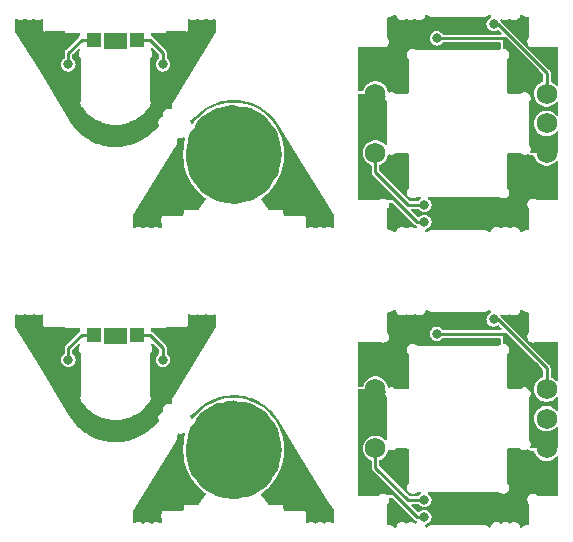
<source format=gbr>
%TF.GenerationSoftware,KiCad,Pcbnew,7.0.8*%
%TF.CreationDate,2024-04-23T11:22:23-04:00*%
%TF.ProjectId,keyboard-roller-encoder,6b657962-6f61-4726-942d-726f6c6c6572,rev?*%
%TF.SameCoordinates,Original*%
%TF.FileFunction,Copper,L2,Bot*%
%TF.FilePolarity,Positive*%
%FSLAX46Y46*%
G04 Gerber Fmt 4.6, Leading zero omitted, Abs format (unit mm)*
G04 Created by KiCad (PCBNEW 7.0.8) date 2024-04-23 11:22:23*
%MOMM*%
%LPD*%
G01*
G04 APERTURE LIST*
%TA.AperFunction,NonConductor*%
%ADD10C,4.055000*%
%TD*%
%TA.AperFunction,NonConductor*%
%ADD11C,0.010000*%
%TD*%
%TA.AperFunction,SMDPad,CuDef*%
%ADD12R,1.800000X1.200000*%
%TD*%
%TA.AperFunction,SMDPad,CuDef*%
%ADD13R,1.200000X1.200000*%
%TD*%
%TA.AperFunction,ComponentPad*%
%ADD14C,1.750000*%
%TD*%
%TA.AperFunction,ViaPad*%
%ADD15C,0.800000*%
%TD*%
%TA.AperFunction,Conductor*%
%ADD16C,0.250000*%
%TD*%
G04 APERTURE END LIST*
D10*
X42528188Y-61750000D02*
G75*
G03*
X42528188Y-61750000I-2027500J0D01*
G01*
X42528188Y-61500000D02*
G75*
G03*
X42528188Y-61500000I-2027500J0D01*
G01*
D11*
X44550000Y-61500000D02*
X44550000Y-61750000D01*
X36450000Y-61750000D02*
X36450000Y-61500000D01*
X36450000Y-36750000D02*
X36450000Y-36500000D01*
X44550000Y-36500000D02*
X44550000Y-36750000D01*
D10*
X42528188Y-36750000D02*
G75*
G03*
X42528188Y-36750000I-2027500J0D01*
G01*
X42528188Y-36500000D02*
G75*
G03*
X42528188Y-36500000I-2027500J0D01*
G01*
D12*
%TO.P,J6,1,Pin_1*%
%TO.N,GND1*%
X35400000Y-66200000D03*
%TD*%
%TO.P,J5,1,Pin_1*%
%TO.N,GND1*%
X45600000Y-66200000D03*
%TD*%
%TO.P,J17,1,Pin_1*%
%TO.N,GND3*%
X25397106Y-51800001D03*
%TD*%
%TO.P,J19,1,Pin_1*%
%TO.N,GND3*%
X35597106Y-51800001D03*
%TD*%
D13*
%TO.P,J2,C,C*%
%TO.N,GND3*%
X30497106Y-51900001D03*
%TO.P,J2,B,B*%
%TO.N,Net-(J2-PadB)*%
X28697106Y-51900001D03*
%TO.P,J2,A,A*%
%TO.N,Net-(J2-PadA)*%
X32297106Y-51900001D03*
%TD*%
D14*
%TO.P,SW1,S2,S2*%
%TO.N,Net-(S1-COM_1)*%
X52504495Y-61496446D03*
%TO.P,SW1,S1,S1*%
%TO.N,Net-(S1-NO_1)*%
X52504495Y-56496446D03*
%TO.P,SW1,C,C*%
%TO.N,Net-(J15-Pin_1)*%
X67004495Y-58996446D03*
%TO.P,SW1,B,B*%
%TO.N,Net-(J1-PadB)*%
X67004495Y-56496446D03*
%TO.P,SW1,A,A*%
%TO.N,Net-(J1-PadA)*%
X67004495Y-61496446D03*
%TD*%
%TO.P,SW1,S2,S2*%
%TO.N,Net-(S1-COM_1)*%
X52504495Y-36496446D03*
%TO.P,SW1,S1,S1*%
%TO.N,Net-(S1-NO_1)*%
X52504495Y-31496446D03*
%TO.P,SW1,C,C*%
%TO.N,Net-(J15-Pin_1)*%
X67004495Y-33996446D03*
%TO.P,SW1,B,B*%
%TO.N,Net-(J1-PadB)*%
X67004495Y-31496446D03*
%TO.P,SW1,A,A*%
%TO.N,Net-(J1-PadA)*%
X67004495Y-36496446D03*
%TD*%
D12*
%TO.P,J19,1,Pin_1*%
%TO.N,GND3*%
X35597106Y-26800001D03*
%TD*%
%TO.P,J17,1,Pin_1*%
%TO.N,GND3*%
X25397106Y-26800001D03*
%TD*%
%TO.P,J6,1,Pin_1*%
%TO.N,GND1*%
X35400000Y-41200000D03*
%TD*%
%TO.P,J5,1,Pin_1*%
%TO.N,GND1*%
X45600000Y-41200000D03*
%TD*%
D13*
%TO.P,J2,A,A*%
%TO.N,Net-(J2-PadA)*%
X32297106Y-26900001D03*
%TO.P,J2,B,B*%
%TO.N,Net-(J2-PadB)*%
X28697106Y-26900001D03*
%TO.P,J2,C,C*%
%TO.N,GND3*%
X30497106Y-26900001D03*
%TD*%
D15*
%TO.N,Net-(J2-PadA)*%
X34497106Y-54000001D03*
%TO.N,Net-(J2-PadB)*%
X26507106Y-54000001D03*
%TO.N,Net-(S1-NO_1)*%
X56654495Y-67326446D03*
%TO.N,Net-(J1-PadB)*%
X62514495Y-50596446D03*
%TO.N,GND2*%
X53154495Y-54496446D03*
X65854495Y-63496446D03*
%TO.N,Net-(J1-PadA)*%
X57704495Y-51796446D03*
%TO.N,Net-(S1-COM_1)*%
X56654495Y-65886446D03*
%TO.N,Net-(J1-PadA)*%
X57704495Y-26796446D03*
%TO.N,GND2*%
X65854495Y-38496446D03*
X53154495Y-29496446D03*
%TO.N,Net-(S1-NO_1)*%
X56654495Y-42326446D03*
%TO.N,Net-(S1-COM_1)*%
X56654495Y-40886446D03*
%TO.N,Net-(J1-PadB)*%
X62514495Y-25596446D03*
%TO.N,Net-(J2-PadA)*%
X34497106Y-29000001D03*
%TO.N,Net-(J2-PadB)*%
X26507106Y-29000001D03*
%TD*%
D16*
%TO.N,Net-(J2-PadB)*%
X26507106Y-53030001D02*
X27637106Y-51900001D01*
X27637106Y-51900001D02*
X28697106Y-51900001D01*
%TO.N,Net-(J2-PadA)*%
X34497106Y-54000001D02*
X34497106Y-53000001D01*
X33397106Y-51900001D02*
X32297106Y-51900001D01*
X34497106Y-53000001D02*
X33397106Y-51900001D01*
%TO.N,Net-(J2-PadB)*%
X26507106Y-54000001D02*
X26507106Y-53030001D01*
%TO.N,Net-(S1-NO_1)*%
X56654495Y-67326446D02*
X56049495Y-67326446D01*
X51309288Y-60761653D02*
X51354495Y-60716446D01*
%TO.N,Net-(S1-COM_1)*%
X56654495Y-65886446D02*
X55245891Y-65886446D01*
%TO.N,Net-(J1-PadB)*%
X62514495Y-50596446D02*
X62910891Y-50596446D01*
X67004495Y-54690050D02*
X67004495Y-56496446D01*
%TO.N,Net-(S1-NO_1)*%
X56049495Y-67326446D02*
X52399495Y-63676446D01*
%TO.N,Net-(J1-PadA)*%
X66252693Y-54574644D02*
X63474495Y-51796446D01*
%TO.N,Net-(S1-NO_1)*%
X52399495Y-63676446D02*
X51309288Y-62586239D01*
%TO.N,Net-(J1-PadB)*%
X62910891Y-50596446D02*
X67004495Y-54690050D01*
%TO.N,Net-(J1-PadA)*%
X57704495Y-51796446D02*
X63474495Y-51796446D01*
%TO.N,Net-(S1-COM_1)*%
X52504495Y-63145050D02*
X52504495Y-61496446D01*
X55245891Y-65886446D02*
X52504495Y-63145050D01*
%TO.N,Net-(S1-NO_1)*%
X51309288Y-62586239D02*
X51309288Y-60761653D01*
%TO.N,Net-(J1-PadA)*%
X57704495Y-26796446D02*
X63474495Y-26796446D01*
X66252693Y-29574644D02*
X63474495Y-26796446D01*
%TO.N,Net-(S1-NO_1)*%
X51309288Y-35761653D02*
X51354495Y-35716446D01*
X51309288Y-37586239D02*
X51309288Y-35761653D01*
X52399495Y-38676446D02*
X51309288Y-37586239D01*
X56049495Y-42326446D02*
X52399495Y-38676446D01*
X56654495Y-42326446D02*
X56049495Y-42326446D01*
%TO.N,Net-(S1-COM_1)*%
X55245891Y-40886446D02*
X52504495Y-38145050D01*
X56654495Y-40886446D02*
X55245891Y-40886446D01*
X52504495Y-38145050D02*
X52504495Y-36496446D01*
%TO.N,Net-(J1-PadB)*%
X67004495Y-29690050D02*
X67004495Y-31496446D01*
X62910891Y-25596446D02*
X67004495Y-29690050D01*
X62514495Y-25596446D02*
X62910891Y-25596446D01*
%TO.N,Net-(J2-PadA)*%
X33397106Y-26900001D02*
X32297106Y-26900001D01*
X34497106Y-28000001D02*
X33397106Y-26900001D01*
X34497106Y-29000001D02*
X34497106Y-28000001D01*
%TO.N,Net-(J2-PadB)*%
X27637106Y-26900001D02*
X28697106Y-26900001D01*
X26507106Y-28030001D02*
X27637106Y-26900001D01*
X26507106Y-29000001D02*
X26507106Y-28030001D01*
%TD*%
%TA.AperFunction,Conductor*%
%TO.N,Net-(J1-PadA)*%
G36*
X63591315Y-26746475D02*
G01*
X63608422Y-26760099D01*
X64958756Y-28104637D01*
X66650000Y-29795881D01*
X66677776Y-29850396D01*
X66678995Y-29865883D01*
X66678995Y-30401341D01*
X66660088Y-30459532D01*
X66615760Y-30493655D01*
X66523049Y-30529573D01*
X66523040Y-30529577D01*
X66353589Y-30634498D01*
X66353587Y-30634499D01*
X66353585Y-30634501D01*
X66206286Y-30768782D01*
X66206284Y-30768784D01*
X66086175Y-30927833D01*
X66086165Y-30927849D01*
X65997324Y-31106265D01*
X65942778Y-31297975D01*
X65924387Y-31496446D01*
X65942778Y-31694916D01*
X65987914Y-31853553D01*
X65997324Y-31886626D01*
X66086169Y-32065050D01*
X66206286Y-32224110D01*
X66353585Y-32358391D01*
X66523049Y-32463319D01*
X66708909Y-32535322D01*
X66904835Y-32571946D01*
X67104155Y-32571946D01*
X67300081Y-32535322D01*
X67485941Y-32463319D01*
X67655405Y-32358391D01*
X67802704Y-32224110D01*
X67821498Y-32199222D01*
X67871653Y-32164181D01*
X67932828Y-32165312D01*
X67981654Y-32202184D01*
X67999500Y-32258885D01*
X67999500Y-33234006D01*
X67980593Y-33292197D01*
X67931093Y-33328161D01*
X67869907Y-33328161D01*
X67821497Y-33293668D01*
X67820386Y-33292197D01*
X67802704Y-33268782D01*
X67655405Y-33134501D01*
X67485941Y-33029573D01*
X67300081Y-32957570D01*
X67300080Y-32957569D01*
X67300078Y-32957569D01*
X67104155Y-32920946D01*
X66904835Y-32920946D01*
X66708911Y-32957569D01*
X66523048Y-33029573D01*
X66523043Y-33029576D01*
X66353589Y-33134498D01*
X66353587Y-33134499D01*
X66353585Y-33134501D01*
X66206286Y-33268782D01*
X66206284Y-33268784D01*
X66086175Y-33427833D01*
X66086165Y-33427849D01*
X65997324Y-33606265D01*
X65942778Y-33797975D01*
X65942778Y-33797977D01*
X65924387Y-33996446D01*
X65942778Y-34194915D01*
X65997324Y-34386626D01*
X66086169Y-34565050D01*
X66206286Y-34724110D01*
X66353585Y-34858391D01*
X66523049Y-34963319D01*
X66708909Y-35035322D01*
X66904835Y-35071946D01*
X67104155Y-35071946D01*
X67300081Y-35035322D01*
X67485941Y-34963319D01*
X67655405Y-34858391D01*
X67802704Y-34724110D01*
X67821498Y-34699222D01*
X67871653Y-34664181D01*
X67932828Y-34665312D01*
X67981654Y-34702184D01*
X67999500Y-34758885D01*
X67999500Y-36397446D01*
X67980593Y-36455637D01*
X67931093Y-36491601D01*
X67900500Y-36496446D01*
X65693773Y-36496446D01*
X65635582Y-36477539D01*
X65599618Y-36428039D01*
X65599618Y-36366853D01*
X65608035Y-36347948D01*
X65612837Y-36339631D01*
X65646945Y-36212338D01*
X65646945Y-36080554D01*
X65612837Y-35953261D01*
X65546945Y-35839132D01*
X65546942Y-35839129D01*
X65529495Y-35821681D01*
X65501719Y-35767164D01*
X65500500Y-35751679D01*
X65500500Y-32248318D01*
X65519407Y-32190127D01*
X65529494Y-32178317D01*
X65546945Y-32160867D01*
X65612837Y-32046738D01*
X65646945Y-31919445D01*
X65646945Y-31787661D01*
X65612837Y-31660368D01*
X65546945Y-31546239D01*
X65453760Y-31453054D01*
X65339631Y-31387162D01*
X65212338Y-31353054D01*
X65080554Y-31353054D01*
X64953261Y-31387162D01*
X64839133Y-31453053D01*
X64839132Y-31453053D01*
X64839132Y-31453054D01*
X64821681Y-31470504D01*
X64767166Y-31498281D01*
X64751679Y-31499500D01*
X63783995Y-31499500D01*
X63725804Y-31480593D01*
X63689840Y-31431093D01*
X63684995Y-31400500D01*
X63684995Y-28548318D01*
X63703902Y-28490127D01*
X63713989Y-28478317D01*
X63731440Y-28460867D01*
X63797332Y-28346738D01*
X63831440Y-28219445D01*
X63831440Y-28087661D01*
X63797332Y-27960368D01*
X63731440Y-27846239D01*
X63638255Y-27753054D01*
X63524126Y-27687162D01*
X63396833Y-27653054D01*
X63396832Y-27653054D01*
X63396825Y-27653052D01*
X63390566Y-27652228D01*
X63335343Y-27625883D01*
X63306151Y-27572110D01*
X63304495Y-27554076D01*
X63304495Y-26942815D01*
X63323402Y-26884624D01*
X63340117Y-26866761D01*
X63475191Y-26754199D01*
X63531998Y-26731471D01*
X63591315Y-26746475D01*
G37*
%TD.AperFunction*%
%TD*%
%TA.AperFunction,Conductor*%
%TO.N,Net-(S1-NO_1)*%
G36*
X53198174Y-31515353D02*
G01*
X53201527Y-31517900D01*
X53335185Y-31623978D01*
X53369011Y-31674963D01*
X53369268Y-31727146D01*
X53353054Y-31787660D01*
X53353054Y-31787661D01*
X53353054Y-31919445D01*
X53387162Y-32046738D01*
X53453054Y-32160867D01*
X53470502Y-32178315D01*
X53498281Y-32232830D01*
X53499500Y-32248319D01*
X53499500Y-35734006D01*
X53480593Y-35792197D01*
X53431093Y-35828161D01*
X53369907Y-35828161D01*
X53321496Y-35793667D01*
X53302704Y-35768782D01*
X53155405Y-35634501D01*
X52985941Y-35529573D01*
X52800081Y-35457570D01*
X52800080Y-35457569D01*
X52800078Y-35457569D01*
X52604155Y-35420946D01*
X52404835Y-35420946D01*
X52208911Y-35457569D01*
X52023048Y-35529573D01*
X52023043Y-35529576D01*
X51853589Y-35634498D01*
X51853587Y-35634499D01*
X51853585Y-35634501D01*
X51706287Y-35768781D01*
X51706284Y-35768784D01*
X51586175Y-35927833D01*
X51586165Y-35927849D01*
X51497324Y-36106265D01*
X51442778Y-36297975D01*
X51442778Y-36297977D01*
X51424387Y-36496446D01*
X51442778Y-36694915D01*
X51497324Y-36886626D01*
X51586169Y-37065050D01*
X51706286Y-37224110D01*
X51853585Y-37358391D01*
X52023049Y-37463319D01*
X52115759Y-37499235D01*
X52163189Y-37537886D01*
X52178995Y-37591549D01*
X52178995Y-38128675D01*
X52178807Y-38132977D01*
X52175665Y-38168894D01*
X52175231Y-38173856D01*
X52185849Y-38213486D01*
X52186784Y-38217702D01*
X52193906Y-38258095D01*
X52194659Y-38259398D01*
X52204549Y-38283274D01*
X52204938Y-38284729D01*
X52204941Y-38284734D01*
X52228466Y-38318331D01*
X52230787Y-38321974D01*
X52251301Y-38357505D01*
X52282719Y-38383868D01*
X52285905Y-38386787D01*
X52355499Y-38456380D01*
X52383276Y-38510897D01*
X52384495Y-38526384D01*
X52384495Y-38566446D01*
X54047088Y-40329525D01*
X54073255Y-40384833D01*
X54061916Y-40444958D01*
X54017401Y-40486936D01*
X53975062Y-40496446D01*
X53538159Y-40496446D01*
X53479968Y-40477539D01*
X53468161Y-40467455D01*
X53453760Y-40453054D01*
X53339631Y-40387162D01*
X53212338Y-40353054D01*
X53080554Y-40353054D01*
X52961953Y-40384833D01*
X52953261Y-40387162D01*
X52839133Y-40453053D01*
X52839132Y-40453053D01*
X52839132Y-40453054D01*
X52821681Y-40470504D01*
X52767166Y-40498281D01*
X52751679Y-40499500D01*
X51099500Y-40499500D01*
X51041309Y-40480593D01*
X51005345Y-40431093D01*
X51000500Y-40400500D01*
X51000500Y-31595446D01*
X51019407Y-31537255D01*
X51068907Y-31501291D01*
X51099500Y-31496446D01*
X53139983Y-31496446D01*
X53198174Y-31515353D01*
G37*
%TD.AperFunction*%
%TD*%
%TA.AperFunction,Conductor*%
%TO.N,GND2*%
G36*
X64809871Y-36519407D02*
G01*
X64821679Y-36529492D01*
X64839132Y-36546945D01*
X64953261Y-36612837D01*
X65080554Y-36646945D01*
X65080556Y-36646945D01*
X65212336Y-36646945D01*
X65212338Y-36646945D01*
X65339631Y-36612837D01*
X65363770Y-36598899D01*
X65423618Y-36586177D01*
X65479514Y-36611062D01*
X65487820Y-36619493D01*
X65493570Y-36626074D01*
X65572080Y-36672982D01*
X65630271Y-36691889D01*
X65642971Y-36693900D01*
X65693769Y-36701946D01*
X65693773Y-36701946D01*
X65870017Y-36701946D01*
X65928208Y-36720853D01*
X65964172Y-36770353D01*
X65965227Y-36773818D01*
X65997324Y-36886626D01*
X66086169Y-37065050D01*
X66206286Y-37224110D01*
X66353585Y-37358391D01*
X66523049Y-37463319D01*
X66708909Y-37535322D01*
X66904835Y-37571946D01*
X67104155Y-37571946D01*
X67300081Y-37535322D01*
X67485941Y-37463319D01*
X67655405Y-37358391D01*
X67802704Y-37224110D01*
X67821498Y-37199222D01*
X67871653Y-37164181D01*
X67932828Y-37165312D01*
X67981654Y-37202184D01*
X67999500Y-37258885D01*
X67999500Y-40400500D01*
X67980593Y-40458691D01*
X67931093Y-40494655D01*
X67900500Y-40499500D01*
X66248320Y-40499500D01*
X66190129Y-40480593D01*
X66178320Y-40470507D01*
X66160867Y-40453054D01*
X66046738Y-40387162D01*
X65919445Y-40353054D01*
X65787661Y-40353054D01*
X65660368Y-40387162D01*
X65546239Y-40453054D01*
X65453054Y-40546239D01*
X65387162Y-40660368D01*
X65353054Y-40787661D01*
X65353054Y-40919445D01*
X65387162Y-41046738D01*
X65453054Y-41160867D01*
X65470502Y-41178315D01*
X65498281Y-41232830D01*
X65499500Y-41248319D01*
X65499500Y-42900705D01*
X65480593Y-42958896D01*
X65431093Y-42994860D01*
X65409641Y-42999282D01*
X65407290Y-42999499D01*
X65225029Y-43033570D01*
X65052127Y-43100552D01*
X65052122Y-43100555D01*
X64890590Y-43200572D01*
X64889779Y-43199263D01*
X64837923Y-43217171D01*
X64779395Y-43199335D01*
X64742529Y-43150503D01*
X64741116Y-43146079D01*
X64718188Y-43067994D01*
X64709953Y-43039947D01*
X64709950Y-43039942D01*
X64632144Y-42918873D01*
X64624999Y-42912682D01*
X64523373Y-42824623D01*
X64523371Y-42824622D01*
X64392456Y-42764834D01*
X64285804Y-42749500D01*
X64285799Y-42749500D01*
X64214201Y-42749500D01*
X64214196Y-42749500D01*
X64107543Y-42764834D01*
X63976628Y-42824622D01*
X63939830Y-42856507D01*
X63883470Y-42880323D01*
X63823875Y-42866463D01*
X63810170Y-42856507D01*
X63799171Y-42846977D01*
X63773373Y-42824623D01*
X63773371Y-42824622D01*
X63642456Y-42764834D01*
X63535804Y-42749500D01*
X63535799Y-42749500D01*
X63464201Y-42749500D01*
X63464196Y-42749500D01*
X63357543Y-42764834D01*
X63226628Y-42824622D01*
X63189830Y-42856507D01*
X63133470Y-42880323D01*
X63073875Y-42866463D01*
X63060170Y-42856507D01*
X63049171Y-42846977D01*
X63023373Y-42824623D01*
X63023371Y-42824622D01*
X62892456Y-42764834D01*
X62785804Y-42749500D01*
X62785799Y-42749500D01*
X62714201Y-42749500D01*
X62714196Y-42749500D01*
X62607543Y-42764834D01*
X62476628Y-42824622D01*
X62367855Y-42918873D01*
X62290049Y-43039942D01*
X62290047Y-43039947D01*
X62258883Y-43146080D01*
X62224347Y-43196587D01*
X62166719Y-43217148D01*
X62109542Y-43200358D01*
X62109410Y-43200572D01*
X62108634Y-43200091D01*
X62108012Y-43199909D01*
X62105981Y-43198449D01*
X61947877Y-43100555D01*
X61947872Y-43100552D01*
X61774973Y-43033571D01*
X61774972Y-43033570D01*
X61774970Y-43033570D01*
X61592710Y-42999500D01*
X61500099Y-42999500D01*
X57500500Y-42999500D01*
X57500000Y-42999500D01*
X57407290Y-42999500D01*
X57225029Y-43033570D01*
X57052127Y-43100552D01*
X57052122Y-43100555D01*
X56890590Y-43200572D01*
X56889779Y-43199263D01*
X56837923Y-43217171D01*
X56779395Y-43199335D01*
X56742529Y-43150503D01*
X56741116Y-43146080D01*
X56718188Y-43067994D01*
X56709986Y-43040059D01*
X56711733Y-42978901D01*
X56749096Y-42930448D01*
X56792051Y-42914018D01*
X56811257Y-42911490D01*
X56957336Y-42850982D01*
X57082777Y-42754728D01*
X57179031Y-42629287D01*
X57239539Y-42483208D01*
X57260177Y-42326446D01*
X57239539Y-42169684D01*
X57179032Y-42023607D01*
X57179032Y-42023606D01*
X57082781Y-41898169D01*
X57082780Y-41898168D01*
X57082777Y-41898164D01*
X57082772Y-41898160D01*
X57082771Y-41898159D01*
X56957333Y-41801908D01*
X56811261Y-41741403D01*
X56811253Y-41741401D01*
X56654496Y-41720764D01*
X56654494Y-41720764D01*
X56497736Y-41741401D01*
X56497728Y-41741403D01*
X56351656Y-41801908D01*
X56351655Y-41801908D01*
X56226215Y-41898162D01*
X56223875Y-41900502D01*
X56221765Y-41901576D01*
X56221065Y-41902114D01*
X56220965Y-41901984D01*
X56169356Y-41928275D01*
X56108925Y-41918699D01*
X56083872Y-41900497D01*
X55564325Y-41380950D01*
X55536548Y-41326433D01*
X55546119Y-41266001D01*
X55589384Y-41222736D01*
X55634329Y-41211946D01*
X56098525Y-41211946D01*
X56156716Y-41230853D01*
X56177065Y-41250677D01*
X56226213Y-41314728D01*
X56351654Y-41410982D01*
X56497733Y-41471490D01*
X56615304Y-41486968D01*
X56654494Y-41492128D01*
X56654495Y-41492128D01*
X56654496Y-41492128D01*
X56685847Y-41488000D01*
X56811257Y-41471490D01*
X56957336Y-41410982D01*
X57082777Y-41314728D01*
X57179031Y-41189287D01*
X57239539Y-41043208D01*
X57260177Y-40886446D01*
X57239539Y-40729684D01*
X57210827Y-40660368D01*
X57179032Y-40583607D01*
X57179032Y-40583606D01*
X57082781Y-40458169D01*
X57082780Y-40458168D01*
X57082777Y-40458164D01*
X57082772Y-40458160D01*
X57082771Y-40458159D01*
X56978360Y-40378042D01*
X56943704Y-40327618D01*
X56945305Y-40266453D01*
X56982553Y-40217912D01*
X57038627Y-40200500D01*
X62936175Y-40200500D01*
X62994366Y-40219407D01*
X63006174Y-40229492D01*
X63023627Y-40246945D01*
X63137756Y-40312837D01*
X63265049Y-40346945D01*
X63265051Y-40346945D01*
X63396831Y-40346945D01*
X63396833Y-40346945D01*
X63524126Y-40312837D01*
X63638255Y-40246945D01*
X63731440Y-40153760D01*
X63797332Y-40039631D01*
X63831440Y-39912338D01*
X63831440Y-39780554D01*
X63797332Y-39653261D01*
X63731440Y-39539132D01*
X63731437Y-39539129D01*
X63713990Y-39521681D01*
X63686214Y-39467164D01*
X63684995Y-39451679D01*
X63684995Y-36599500D01*
X63703902Y-36541309D01*
X63753402Y-36505345D01*
X63783995Y-36500500D01*
X64751680Y-36500500D01*
X64809871Y-36519407D01*
G37*
%TD.AperFunction*%
%TA.AperFunction,Conductor*%
G36*
X53981852Y-40720853D02*
G01*
X53993665Y-40730942D01*
X55807752Y-42545030D01*
X55810670Y-42548215D01*
X55837039Y-42579639D01*
X55837040Y-42579640D01*
X55872568Y-42600152D01*
X55876207Y-42602471D01*
X55909806Y-42625997D01*
X55909808Y-42625998D01*
X55909811Y-42626000D01*
X55909813Y-42626000D01*
X55909814Y-42626001D01*
X55911266Y-42626390D01*
X55935146Y-42636281D01*
X55936450Y-42637034D01*
X55948228Y-42639110D01*
X56002250Y-42667831D01*
X56029075Y-42722822D01*
X56018453Y-42783079D01*
X55981364Y-42818899D01*
X55982583Y-42820795D01*
X55976631Y-42824620D01*
X55976628Y-42824622D01*
X55976627Y-42824623D01*
X55954602Y-42843707D01*
X55939830Y-42856507D01*
X55883470Y-42880323D01*
X55823875Y-42866463D01*
X55810170Y-42856507D01*
X55799171Y-42846977D01*
X55773373Y-42824623D01*
X55773371Y-42824622D01*
X55642456Y-42764834D01*
X55535804Y-42749500D01*
X55535799Y-42749500D01*
X55464201Y-42749500D01*
X55464196Y-42749500D01*
X55357543Y-42764834D01*
X55226628Y-42824622D01*
X55189830Y-42856507D01*
X55133470Y-42880323D01*
X55073875Y-42866463D01*
X55060170Y-42856507D01*
X55049171Y-42846977D01*
X55023373Y-42824623D01*
X55023371Y-42824622D01*
X54892456Y-42764834D01*
X54785804Y-42749500D01*
X54785799Y-42749500D01*
X54714201Y-42749500D01*
X54714196Y-42749500D01*
X54607543Y-42764834D01*
X54476628Y-42824622D01*
X54367855Y-42918873D01*
X54290049Y-43039942D01*
X54290047Y-43039947D01*
X54258883Y-43146080D01*
X54224347Y-43196587D01*
X54166719Y-43217148D01*
X54109542Y-43200358D01*
X54109410Y-43200572D01*
X54108634Y-43200091D01*
X54108012Y-43199909D01*
X54105981Y-43198449D01*
X53947877Y-43100555D01*
X53947872Y-43100552D01*
X53774973Y-43033571D01*
X53774972Y-43033570D01*
X53774970Y-43033570D01*
X53592709Y-42999499D01*
X53590359Y-42999282D01*
X53589450Y-42998890D01*
X53588211Y-42998659D01*
X53588263Y-42998379D01*
X53534163Y-42975083D01*
X53502923Y-42922474D01*
X53500500Y-42900705D01*
X53500500Y-41248318D01*
X53519407Y-41190127D01*
X53529494Y-41178317D01*
X53546945Y-41160867D01*
X53612837Y-41046738D01*
X53646945Y-40919445D01*
X53646945Y-40800946D01*
X53665852Y-40742755D01*
X53715352Y-40706791D01*
X53745945Y-40701946D01*
X53923661Y-40701946D01*
X53981852Y-40720853D01*
G37*
%TD.AperFunction*%
%TA.AperFunction,Conductor*%
G36*
X55274195Y-36519407D02*
G01*
X55310159Y-36568907D01*
X55315004Y-36599500D01*
X55315004Y-39451679D01*
X55296097Y-39509870D01*
X55286009Y-39521681D01*
X55268561Y-39539129D01*
X55268559Y-39539131D01*
X55268559Y-39539132D01*
X55202667Y-39653261D01*
X55168559Y-39780554D01*
X55168559Y-39912338D01*
X55202667Y-40039631D01*
X55268559Y-40153760D01*
X55361744Y-40246945D01*
X55475873Y-40312837D01*
X55603166Y-40346945D01*
X55603168Y-40346945D01*
X55734948Y-40346945D01*
X55734950Y-40346945D01*
X55862243Y-40312837D01*
X55976372Y-40246945D01*
X55993821Y-40229495D01*
X56048337Y-40201719D01*
X56063824Y-40200500D01*
X56270363Y-40200500D01*
X56328554Y-40219407D01*
X56364518Y-40268907D01*
X56364518Y-40330093D01*
X56330630Y-40378042D01*
X56226218Y-40458159D01*
X56226209Y-40458168D01*
X56177067Y-40522213D01*
X56126643Y-40556869D01*
X56098525Y-40560946D01*
X55421726Y-40560946D01*
X55363535Y-40542039D01*
X55351722Y-40531950D01*
X52858991Y-38039219D01*
X52831214Y-37984702D01*
X52829995Y-37969215D01*
X52829995Y-37591549D01*
X52848902Y-37533358D01*
X52893229Y-37499235D01*
X52985941Y-37463319D01*
X53155405Y-37358391D01*
X53302704Y-37224110D01*
X53422821Y-37065050D01*
X53511666Y-36886626D01*
X53566212Y-36694915D01*
X53566212Y-36694912D01*
X53567464Y-36690513D01*
X53569372Y-36691056D01*
X53594908Y-36644144D01*
X53650160Y-36617861D01*
X53688600Y-36620401D01*
X53787661Y-36646945D01*
X53787662Y-36646945D01*
X53919443Y-36646945D01*
X53919445Y-36646945D01*
X54046738Y-36612837D01*
X54160867Y-36546945D01*
X54178316Y-36529495D01*
X54232832Y-36501719D01*
X54248319Y-36500500D01*
X55216004Y-36500500D01*
X55274195Y-36519407D01*
G37*
%TD.AperFunction*%
%TD*%
%TA.AperFunction,NonConductor*%
G36*
X64890458Y-24799640D02*
G01*
X64890590Y-24799428D01*
X64891361Y-24799905D01*
X64891986Y-24800089D01*
X64894020Y-24801551D01*
X64894479Y-24801835D01*
X64894481Y-24801837D01*
X65052128Y-24899448D01*
X65225027Y-24966429D01*
X65407290Y-25000500D01*
X65407297Y-25000500D01*
X65409627Y-25000716D01*
X65410533Y-25001106D01*
X65411789Y-25001341D01*
X65411736Y-25001623D01*
X65465826Y-25024907D01*
X65497074Y-25077511D01*
X65499500Y-25099294D01*
X65499500Y-26651778D01*
X65480593Y-26709969D01*
X65470579Y-26721706D01*
X65454584Y-26737734D01*
X65454582Y-26737737D01*
X65389851Y-26847754D01*
X65354810Y-26970489D01*
X65354809Y-26970493D01*
X65351696Y-27098102D01*
X65380712Y-27222400D01*
X65380713Y-27222405D01*
X65381934Y-27224732D01*
X65440003Y-27335447D01*
X65525769Y-27429987D01*
X65525771Y-27429988D01*
X65525773Y-27429990D01*
X65632517Y-27499972D01*
X65632519Y-27499973D01*
X65753419Y-27540922D01*
X65880726Y-27550215D01*
X66006291Y-27527254D01*
X66044328Y-27509652D01*
X66085903Y-27500500D01*
X67900500Y-27500500D01*
X67958691Y-27519407D01*
X67994655Y-27568907D01*
X67999500Y-27599500D01*
X67999500Y-30734006D01*
X67980593Y-30792197D01*
X67931093Y-30828161D01*
X67869907Y-30828161D01*
X67821497Y-30793668D01*
X67820386Y-30792197D01*
X67802704Y-30768782D01*
X67655405Y-30634501D01*
X67639916Y-30624910D01*
X67485949Y-30529577D01*
X67485943Y-30529574D01*
X67485941Y-30529573D01*
X67457035Y-30518374D01*
X67393230Y-30493655D01*
X67345800Y-30455003D01*
X67329995Y-30401341D01*
X67329995Y-29706414D01*
X67330182Y-29702117D01*
X67333758Y-29661243D01*
X67323133Y-29621594D01*
X67322208Y-29617415D01*
X67315083Y-29577005D01*
X67315083Y-29577004D01*
X67314335Y-29575709D01*
X67304437Y-29551817D01*
X67304049Y-29550366D01*
X67280517Y-29516759D01*
X67278202Y-29513124D01*
X67257688Y-29477594D01*
X67250716Y-29471744D01*
X67226266Y-29451228D01*
X67223089Y-29448316D01*
X63152632Y-25377860D01*
X63149713Y-25374675D01*
X63123347Y-25343253D01*
X63119927Y-25340383D01*
X63087505Y-25288494D01*
X63091775Y-25227458D01*
X63131105Y-25180588D01*
X63190473Y-25165787D01*
X63224692Y-25174493D01*
X63226626Y-25175376D01*
X63226627Y-25175377D01*
X63282210Y-25200761D01*
X63357543Y-25235165D01*
X63464196Y-25250500D01*
X63464201Y-25250500D01*
X63535804Y-25250500D01*
X63624680Y-25237720D01*
X63642457Y-25235165D01*
X63773373Y-25175377D01*
X63810170Y-25143491D01*
X63866528Y-25119675D01*
X63926123Y-25133533D01*
X63939824Y-25143487D01*
X63976627Y-25175377D01*
X64032210Y-25200761D01*
X64107543Y-25235165D01*
X64214196Y-25250500D01*
X64214201Y-25250500D01*
X64285804Y-25250500D01*
X64374680Y-25237720D01*
X64392457Y-25235165D01*
X64523373Y-25175377D01*
X64632143Y-25081128D01*
X64709953Y-24960053D01*
X64741116Y-24853919D01*
X64775652Y-24803413D01*
X64833279Y-24782851D01*
X64890458Y-24799640D01*
G37*
%TD.AperFunction*%
%TA.AperFunction,NonConductor*%
G36*
X62220566Y-24800637D02*
G01*
X62257455Y-24849451D01*
X62258883Y-24853919D01*
X62285775Y-24945504D01*
X62284028Y-25006665D01*
X62246665Y-25055118D01*
X62228674Y-25064859D01*
X62211654Y-25071909D01*
X62211652Y-25071910D01*
X62086218Y-25168159D01*
X62086208Y-25168169D01*
X61989957Y-25293606D01*
X61989957Y-25293607D01*
X61929452Y-25439679D01*
X61929450Y-25439687D01*
X61908813Y-25596445D01*
X61908813Y-25596446D01*
X61929450Y-25753204D01*
X61929452Y-25753212D01*
X61989957Y-25899284D01*
X61989957Y-25899285D01*
X61989959Y-25899287D01*
X62086213Y-26024728D01*
X62211654Y-26120982D01*
X62357733Y-26181490D01*
X62475304Y-26196968D01*
X62514494Y-26202128D01*
X62514495Y-26202128D01*
X62514496Y-26202128D01*
X62545847Y-26198000D01*
X62671257Y-26181490D01*
X62817336Y-26120982D01*
X62837723Y-26105337D01*
X62895399Y-26084914D01*
X62954065Y-26102291D01*
X62967995Y-26113876D01*
X63156061Y-26301942D01*
X63183838Y-26356459D01*
X63174267Y-26416891D01*
X63131002Y-26460156D01*
X63086057Y-26470946D01*
X58260465Y-26470946D01*
X58202274Y-26452039D01*
X58181923Y-26432213D01*
X58132780Y-26368168D01*
X58132777Y-26368164D01*
X58132772Y-26368160D01*
X58132771Y-26368159D01*
X58061599Y-26313547D01*
X58007336Y-26271910D01*
X58007335Y-26271909D01*
X58007333Y-26271908D01*
X57861261Y-26211403D01*
X57861253Y-26211401D01*
X57704496Y-26190764D01*
X57704494Y-26190764D01*
X57547736Y-26211401D01*
X57547728Y-26211403D01*
X57401656Y-26271908D01*
X57401655Y-26271908D01*
X57276218Y-26368159D01*
X57276208Y-26368169D01*
X57179957Y-26493606D01*
X57179957Y-26493607D01*
X57119452Y-26639679D01*
X57119450Y-26639687D01*
X57098813Y-26796445D01*
X57098813Y-26796446D01*
X57119450Y-26953204D01*
X57119452Y-26953212D01*
X57179957Y-27099284D01*
X57179957Y-27099285D01*
X57274431Y-27222406D01*
X57276213Y-27224728D01*
X57401654Y-27320982D01*
X57401655Y-27320982D01*
X57401656Y-27320983D01*
X57547728Y-27381488D01*
X57547733Y-27381490D01*
X57665304Y-27396968D01*
X57704494Y-27402128D01*
X57704495Y-27402128D01*
X57704496Y-27402128D01*
X57735847Y-27398000D01*
X57861257Y-27381490D01*
X58007336Y-27320982D01*
X58132777Y-27224728D01*
X58181923Y-27160678D01*
X58232347Y-27126023D01*
X58260465Y-27121946D01*
X62999995Y-27121946D01*
X63058186Y-27140853D01*
X63094150Y-27190353D01*
X63098995Y-27220946D01*
X63098995Y-27558781D01*
X63099426Y-27568182D01*
X63099427Y-27568190D01*
X63099427Y-27568191D01*
X63101511Y-27590897D01*
X63101511Y-27590899D01*
X63108954Y-27615439D01*
X63107749Y-27676613D01*
X63070817Y-27725395D01*
X63063716Y-27729908D01*
X63023629Y-27753052D01*
X63023627Y-27753053D01*
X63023627Y-27753054D01*
X63006176Y-27770504D01*
X62951661Y-27798281D01*
X62936174Y-27799500D01*
X56063825Y-27799500D01*
X56005634Y-27780593D01*
X55993825Y-27770507D01*
X55976372Y-27753054D01*
X55862243Y-27687162D01*
X55734950Y-27653054D01*
X55603166Y-27653054D01*
X55475873Y-27687162D01*
X55361744Y-27753054D01*
X55268559Y-27846239D01*
X55202667Y-27960368D01*
X55168559Y-28087661D01*
X55168559Y-28219445D01*
X55202667Y-28346738D01*
X55268559Y-28460867D01*
X55286006Y-28478314D01*
X55313785Y-28532829D01*
X55315004Y-28548318D01*
X55315004Y-31400500D01*
X55296097Y-31458691D01*
X55246597Y-31494655D01*
X55216004Y-31499500D01*
X54248320Y-31499500D01*
X54190129Y-31480593D01*
X54178320Y-31470507D01*
X54160867Y-31453054D01*
X54046738Y-31387162D01*
X53919445Y-31353054D01*
X53787661Y-31353054D01*
X53689866Y-31379257D01*
X53628765Y-31376055D01*
X53581215Y-31337550D01*
X53566928Y-31301814D01*
X53566213Y-31297988D01*
X53566212Y-31297977D01*
X53511666Y-31106266D01*
X53422821Y-30927842D01*
X53302704Y-30768782D01*
X53155405Y-30634501D01*
X53070673Y-30582037D01*
X52985946Y-30529576D01*
X52985941Y-30529573D01*
X52800081Y-30457570D01*
X52800080Y-30457569D01*
X52800078Y-30457569D01*
X52604155Y-30420946D01*
X52404835Y-30420946D01*
X52208911Y-30457569D01*
X52023048Y-30529573D01*
X52023043Y-30529576D01*
X51853589Y-30634498D01*
X51853587Y-30634499D01*
X51853585Y-30634501D01*
X51706286Y-30768782D01*
X51706284Y-30768784D01*
X51586175Y-30927833D01*
X51586165Y-30927849D01*
X51509490Y-31081833D01*
X51497324Y-31106266D01*
X51465236Y-31219040D01*
X51431128Y-31269834D01*
X51373675Y-31290878D01*
X51370017Y-31290946D01*
X51099500Y-31290946D01*
X51041309Y-31272039D01*
X51005345Y-31222539D01*
X51000500Y-31191946D01*
X51000500Y-27599500D01*
X51019407Y-27541309D01*
X51068907Y-27505345D01*
X51099500Y-27500500D01*
X52914159Y-27500500D01*
X52955713Y-27509643D01*
X52993715Y-27527217D01*
X53029839Y-27533814D01*
X53119268Y-27550147D01*
X53246556Y-27540835D01*
X53367433Y-27499877D01*
X53474164Y-27429894D01*
X53559916Y-27335366D01*
X53619201Y-27222343D01*
X53648225Y-27098059D01*
X53645130Y-26970468D01*
X53610113Y-26847737D01*
X53545417Y-26737722D01*
X53545416Y-26737720D01*
X53529404Y-26721666D01*
X53501699Y-26667113D01*
X53500500Y-26651755D01*
X53500500Y-25099294D01*
X53519407Y-25041103D01*
X53568907Y-25005139D01*
X53590373Y-25000716D01*
X53592702Y-25000500D01*
X53592710Y-25000500D01*
X53774973Y-24966429D01*
X53947872Y-24899448D01*
X54105519Y-24801837D01*
X54105518Y-24801837D01*
X54109410Y-24799428D01*
X54110225Y-24800745D01*
X54162030Y-24782829D01*
X54220566Y-24800637D01*
X54257455Y-24849451D01*
X54258883Y-24853919D01*
X54290047Y-24960052D01*
X54290049Y-24960057D01*
X54367855Y-25081126D01*
X54367856Y-25081127D01*
X54367857Y-25081128D01*
X54476627Y-25175377D01*
X54532210Y-25200761D01*
X54607543Y-25235165D01*
X54714196Y-25250500D01*
X54714201Y-25250500D01*
X54785804Y-25250500D01*
X54874680Y-25237720D01*
X54892457Y-25235165D01*
X55023373Y-25175377D01*
X55060170Y-25143491D01*
X55116528Y-25119675D01*
X55176123Y-25133533D01*
X55189824Y-25143487D01*
X55226627Y-25175377D01*
X55282210Y-25200761D01*
X55357543Y-25235165D01*
X55464196Y-25250500D01*
X55464201Y-25250500D01*
X55535804Y-25250500D01*
X55624680Y-25237720D01*
X55642457Y-25235165D01*
X55773373Y-25175377D01*
X55810170Y-25143491D01*
X55866528Y-25119675D01*
X55926123Y-25133533D01*
X55939824Y-25143487D01*
X55976627Y-25175377D01*
X56032210Y-25200761D01*
X56107543Y-25235165D01*
X56214196Y-25250500D01*
X56214201Y-25250500D01*
X56285804Y-25250500D01*
X56374680Y-25237720D01*
X56392457Y-25235165D01*
X56523373Y-25175377D01*
X56632143Y-25081128D01*
X56709953Y-24960053D01*
X56741116Y-24853919D01*
X56775652Y-24803413D01*
X56833279Y-24782851D01*
X56890458Y-24799640D01*
X56890590Y-24799428D01*
X56891361Y-24799905D01*
X56891986Y-24800089D01*
X56894020Y-24801551D01*
X56894479Y-24801835D01*
X56894481Y-24801837D01*
X57052128Y-24899448D01*
X57225027Y-24966429D01*
X57407290Y-25000500D01*
X61592710Y-25000500D01*
X61774973Y-24966429D01*
X61947872Y-24899448D01*
X62105519Y-24801837D01*
X62105518Y-24801837D01*
X62109410Y-24799428D01*
X62110225Y-24800745D01*
X62162030Y-24782829D01*
X62220566Y-24800637D01*
G37*
%TD.AperFunction*%
%TA.AperFunction,Conductor*%
%TO.N,GND1*%
G36*
X36392143Y-35200905D02*
G01*
X36417561Y-35256561D01*
X36413088Y-35297314D01*
X36413599Y-35297464D01*
X36412933Y-35299729D01*
X36317353Y-35693718D01*
X36317350Y-35693736D01*
X36259654Y-36095017D01*
X36259652Y-36095030D01*
X36240362Y-36500000D01*
X36244444Y-36585692D01*
X36244500Y-36588048D01*
X36244500Y-36661950D01*
X36244444Y-36664306D01*
X36240362Y-36749999D01*
X36259652Y-37154969D01*
X36259654Y-37154982D01*
X36317350Y-37556263D01*
X36317353Y-37556281D01*
X36412933Y-37950269D01*
X36545538Y-38333403D01*
X36713960Y-38702198D01*
X36916666Y-39053294D01*
X36916675Y-39053308D01*
X37151852Y-39383567D01*
X37417335Y-39689951D01*
X37417345Y-39689962D01*
X37710768Y-39969740D01*
X38029456Y-40220359D01*
X38116049Y-40276009D01*
X38154780Y-40323375D01*
X38158272Y-40384461D01*
X38145675Y-40413025D01*
X37601760Y-41254732D01*
X37554297Y-41293344D01*
X37518610Y-41300000D01*
X36300000Y-41300000D01*
X36300000Y-41300001D01*
X36300000Y-41600500D01*
X36281093Y-41658691D01*
X36231593Y-41694655D01*
X36201000Y-41699500D01*
X35085896Y-41699500D01*
X35044340Y-41690356D01*
X35008537Y-41673798D01*
X35008535Y-41673797D01*
X35008534Y-41673797D01*
X34888060Y-41650581D01*
X34888056Y-41650581D01*
X34888055Y-41650581D01*
X34765544Y-41657151D01*
X34648244Y-41693117D01*
X34648242Y-41693117D01*
X34543106Y-41756346D01*
X34456350Y-41843103D01*
X34393115Y-41948247D01*
X34357150Y-42065544D01*
X34350580Y-42188056D01*
X34350581Y-42188060D01*
X34350581Y-42188061D01*
X34373797Y-42308535D01*
X34390356Y-42344341D01*
X34399500Y-42385896D01*
X34399500Y-42760458D01*
X34380593Y-42818649D01*
X34331093Y-42854613D01*
X34269907Y-42854613D01*
X34235670Y-42835279D01*
X34223373Y-42824623D01*
X34210292Y-42818649D01*
X34092456Y-42764834D01*
X33985804Y-42749500D01*
X33985799Y-42749500D01*
X33914201Y-42749500D01*
X33914196Y-42749500D01*
X33807543Y-42764834D01*
X33676628Y-42824622D01*
X33639830Y-42856507D01*
X33583470Y-42880323D01*
X33523875Y-42866463D01*
X33510170Y-42856507D01*
X33497162Y-42845236D01*
X33473373Y-42824623D01*
X33460292Y-42818649D01*
X33342456Y-42764834D01*
X33235804Y-42749500D01*
X33235799Y-42749500D01*
X33164201Y-42749500D01*
X33164196Y-42749500D01*
X33057543Y-42764834D01*
X32926628Y-42824622D01*
X32889830Y-42856507D01*
X32833470Y-42880323D01*
X32773875Y-42866463D01*
X32760170Y-42856507D01*
X32747162Y-42845236D01*
X32723373Y-42824623D01*
X32710292Y-42818649D01*
X32592456Y-42764834D01*
X32485804Y-42749500D01*
X32485799Y-42749500D01*
X32414201Y-42749500D01*
X32414196Y-42749500D01*
X32307543Y-42764834D01*
X32176628Y-42824622D01*
X32176627Y-42824623D01*
X32164329Y-42835278D01*
X32107971Y-42859095D01*
X32048376Y-42845236D01*
X32008308Y-42798995D01*
X32000500Y-42760458D01*
X32000500Y-41827952D01*
X32014984Y-41776396D01*
X35530828Y-36012910D01*
X35532463Y-36010407D01*
X35589546Y-35928576D01*
X35673759Y-35745301D01*
X35724350Y-35550053D01*
X35739735Y-35348944D01*
X35738771Y-35339423D01*
X35751722Y-35279627D01*
X35797348Y-35238860D01*
X35858222Y-35232698D01*
X35865163Y-35234466D01*
X35867540Y-35235163D01*
X35867543Y-35235165D01*
X35867546Y-35235165D01*
X35867548Y-35235166D01*
X35974196Y-35250500D01*
X35974201Y-35250500D01*
X36045804Y-35250500D01*
X36121983Y-35239546D01*
X36152457Y-35235165D01*
X36278081Y-35177793D01*
X36338865Y-35170819D01*
X36392143Y-35200905D01*
G37*
%TD.AperFunction*%
%TA.AperFunction,Conductor*%
G36*
X40647399Y-32010469D02*
G01*
X40841150Y-32020831D01*
X40843310Y-32020996D01*
X41049992Y-32041653D01*
X41052036Y-32041905D01*
X41244063Y-32070103D01*
X41356063Y-32091365D01*
X41449011Y-32109010D01*
X41451458Y-32109539D01*
X41585499Y-32142083D01*
X41639802Y-32155267D01*
X41840539Y-32212031D01*
X41843092Y-32212830D01*
X41935380Y-32244500D01*
X42026231Y-32275677D01*
X42045575Y-32283037D01*
X42221201Y-32349859D01*
X42223902Y-32350980D01*
X42400192Y-32430333D01*
X42431586Y-32445558D01*
X42587968Y-32521399D01*
X42590726Y-32522847D01*
X42758607Y-32617933D01*
X42937845Y-32725261D01*
X42940642Y-32727068D01*
X43027451Y-32787446D01*
X43098571Y-32836913D01*
X43267968Y-32959781D01*
X43270792Y-32961990D01*
X43406354Y-33076197D01*
X43417278Y-33085400D01*
X43575688Y-33223082D01*
X43578457Y-33225682D01*
X43632267Y-33280260D01*
X43711927Y-33361059D01*
X43734999Y-33384981D01*
X43858508Y-33513042D01*
X43861178Y-33516046D01*
X43979471Y-33660570D01*
X43991185Y-33675076D01*
X44114096Y-33827280D01*
X44116620Y-33830695D01*
X44211838Y-33971822D01*
X44338569Y-34160552D01*
X44338584Y-34160574D01*
X44338830Y-34160978D01*
X44356920Y-34190689D01*
X44360872Y-34196146D01*
X46403155Y-37543590D01*
X48447046Y-40893670D01*
X48972812Y-41756350D01*
X48985037Y-41776408D01*
X48999500Y-41827930D01*
X48999500Y-42760458D01*
X48980593Y-42818649D01*
X48931093Y-42854613D01*
X48869907Y-42854613D01*
X48835670Y-42835279D01*
X48823373Y-42824623D01*
X48810292Y-42818649D01*
X48692456Y-42764834D01*
X48585804Y-42749500D01*
X48585799Y-42749500D01*
X48514201Y-42749500D01*
X48514196Y-42749500D01*
X48407543Y-42764834D01*
X48276628Y-42824622D01*
X48239830Y-42856507D01*
X48183470Y-42880323D01*
X48123875Y-42866463D01*
X48110170Y-42856507D01*
X48097162Y-42845236D01*
X48073373Y-42824623D01*
X48060292Y-42818649D01*
X47942456Y-42764834D01*
X47835804Y-42749500D01*
X47835799Y-42749500D01*
X47764201Y-42749500D01*
X47764196Y-42749500D01*
X47657543Y-42764834D01*
X47526628Y-42824622D01*
X47489830Y-42856507D01*
X47433470Y-42880323D01*
X47373875Y-42866463D01*
X47360170Y-42856507D01*
X47347162Y-42845236D01*
X47323373Y-42824623D01*
X47310292Y-42818649D01*
X47192456Y-42764834D01*
X47085804Y-42749500D01*
X47085799Y-42749500D01*
X47014201Y-42749500D01*
X47014196Y-42749500D01*
X46907543Y-42764834D01*
X46776628Y-42824622D01*
X46776627Y-42824623D01*
X46764329Y-42835278D01*
X46707971Y-42859095D01*
X46648376Y-42845236D01*
X46608308Y-42798995D01*
X46600500Y-42760458D01*
X46600500Y-42385893D01*
X46609644Y-42344337D01*
X46626202Y-42308534D01*
X46649418Y-42188061D01*
X46642849Y-42065546D01*
X46606883Y-41948246D01*
X46543650Y-41843105D01*
X46456895Y-41756350D01*
X46445120Y-41749268D01*
X46351760Y-41693119D01*
X46351754Y-41693117D01*
X46234454Y-41657152D01*
X46111944Y-41650582D01*
X46111943Y-41650582D01*
X46111940Y-41650582D01*
X46031624Y-41666059D01*
X45991464Y-41673798D01*
X45976773Y-41680593D01*
X45955661Y-41690356D01*
X45914107Y-41699500D01*
X44799000Y-41699500D01*
X44740809Y-41680593D01*
X44704845Y-41631093D01*
X44700000Y-41600500D01*
X44700000Y-41300001D01*
X44700000Y-41300000D01*
X44699999Y-41300000D01*
X43481390Y-41300000D01*
X43423199Y-41281093D01*
X43398240Y-41254732D01*
X42991515Y-40625329D01*
X42854725Y-40413648D01*
X42839024Y-40354514D01*
X42861079Y-40297442D01*
X42884346Y-40276638D01*
X42971920Y-40220359D01*
X43290608Y-39969740D01*
X43584031Y-39689962D01*
X43849530Y-39383559D01*
X44084702Y-39053306D01*
X44287417Y-38702194D01*
X44455838Y-38333403D01*
X44588441Y-37950273D01*
X44684024Y-37556272D01*
X44741723Y-37154970D01*
X44761014Y-36750000D01*
X44755556Y-36635420D01*
X44755500Y-36633064D01*
X44755500Y-36616934D01*
X44755556Y-36614578D01*
X44756932Y-36585692D01*
X44761014Y-36500000D01*
X44741723Y-36095030D01*
X44684024Y-35693728D01*
X44679396Y-35674652D01*
X44588442Y-35299730D01*
X44571403Y-35250500D01*
X44455838Y-34916597D01*
X44311576Y-34600706D01*
X44287415Y-34547801D01*
X44084709Y-34196705D01*
X44084700Y-34196691D01*
X43969461Y-34034861D01*
X43849530Y-33866441D01*
X43849526Y-33866437D01*
X43849523Y-33866432D01*
X43584040Y-33560048D01*
X43584037Y-33560045D01*
X43584031Y-33560038D01*
X43290608Y-33280260D01*
X42971920Y-33029641D01*
X42971915Y-33029637D01*
X42630852Y-32810449D01*
X42270494Y-32624672D01*
X42270486Y-32624668D01*
X41894102Y-32473987D01*
X41505099Y-32359766D01*
X41106995Y-32283037D01*
X40703402Y-32244500D01*
X40297974Y-32244500D01*
X39894380Y-32283037D01*
X39496278Y-32359766D01*
X39496275Y-32359766D01*
X39107273Y-32473987D01*
X38730889Y-32624668D01*
X38730881Y-32624672D01*
X38370523Y-32810449D01*
X38029460Y-33029637D01*
X37761839Y-33240097D01*
X37710768Y-33280260D01*
X37460145Y-33519229D01*
X37417338Y-33560045D01*
X37417335Y-33560048D01*
X37151852Y-33866433D01*
X37151847Y-33866439D01*
X37151846Y-33866441D01*
X37135106Y-33889949D01*
X37058501Y-33997525D01*
X37009345Y-34033958D01*
X36948163Y-34034540D01*
X36898323Y-33999049D01*
X36882868Y-33967990D01*
X36877001Y-33948009D01*
X36859953Y-33889947D01*
X36828444Y-33840918D01*
X36818111Y-33824839D01*
X36802556Y-33765664D01*
X36824755Y-33708648D01*
X36860361Y-33681220D01*
X36960963Y-33635405D01*
X37128364Y-33519228D01*
X37172442Y-33475084D01*
X37176150Y-33473191D01*
X37200027Y-33447487D01*
X37200028Y-33447488D01*
X37200368Y-33447122D01*
X37362372Y-33286783D01*
X37483220Y-33167705D01*
X37486315Y-33164906D01*
X37651440Y-33027998D01*
X37795913Y-32909814D01*
X37799030Y-32907468D01*
X37972915Y-32787416D01*
X38130471Y-32681178D01*
X38133666Y-32679198D01*
X38316264Y-32575550D01*
X38484284Y-32483569D01*
X38487405Y-32482005D01*
X38677768Y-32395094D01*
X38854378Y-32318650D01*
X38857467Y-32317437D01*
X39054391Y-32247709D01*
X39237774Y-32187729D01*
X39240756Y-32186859D01*
X39442869Y-32134751D01*
X39631382Y-32091857D01*
X39634164Y-32091310D01*
X39840027Y-32057171D01*
X40031995Y-32031812D01*
X40034598Y-32031540D01*
X40242626Y-32015626D01*
X40436314Y-32008076D01*
X40438763Y-32008043D01*
X40647399Y-32010469D01*
G37*
%TD.AperFunction*%
%TD*%
%TA.AperFunction,Conductor*%
%TO.N,GND3*%
G36*
X38226123Y-25133533D02*
G01*
X38239824Y-25143487D01*
X38276627Y-25175377D01*
X38407543Y-25235165D01*
X38514196Y-25250500D01*
X38514201Y-25250500D01*
X38585804Y-25250500D01*
X38674680Y-25237720D01*
X38692457Y-25235165D01*
X38823373Y-25175377D01*
X38835669Y-25164721D01*
X38892026Y-25140904D01*
X38951621Y-25154761D01*
X38991690Y-25201001D01*
X38999500Y-25239541D01*
X38999500Y-26172081D01*
X38985049Y-26223583D01*
X35431614Y-32057173D01*
X35428415Y-32059919D01*
X35361146Y-32179415D01*
X35294485Y-32371964D01*
X35294484Y-32371968D01*
X35263238Y-32573323D01*
X35265930Y-32679272D01*
X35248506Y-32737924D01*
X35199936Y-32775133D01*
X35139075Y-32776777D01*
X35132458Y-32774834D01*
X35025804Y-32759500D01*
X35025799Y-32759500D01*
X34954201Y-32759500D01*
X34954196Y-32759500D01*
X34847543Y-32774834D01*
X34716628Y-32834622D01*
X34607855Y-32928873D01*
X34530049Y-33049942D01*
X34530046Y-33049949D01*
X34489500Y-33188035D01*
X34489500Y-33339041D01*
X34486692Y-33339041D01*
X34478345Y-33387258D01*
X34434464Y-33429897D01*
X34431916Y-33431105D01*
X34336628Y-33474622D01*
X34227855Y-33568873D01*
X34150049Y-33689942D01*
X34150046Y-33689949D01*
X34109500Y-33828035D01*
X34109500Y-33971964D01*
X34150046Y-34110050D01*
X34150049Y-34110057D01*
X34191177Y-34174053D01*
X34206732Y-34233228D01*
X34184533Y-34290244D01*
X34153530Y-34315430D01*
X33987142Y-34401861D01*
X33827344Y-34524930D01*
X33827338Y-34524935D01*
X33760827Y-34598342D01*
X33758414Y-34600825D01*
X33610049Y-34743172D01*
X33459354Y-34887056D01*
X33456025Y-34889963D01*
X33289299Y-35022869D01*
X33127596Y-35149867D01*
X33124201Y-35152308D01*
X32945435Y-35269762D01*
X32772648Y-35380327D01*
X32769246Y-35382318D01*
X32580161Y-35483076D01*
X32397654Y-35576406D01*
X32394296Y-35577967D01*
X32196552Y-35661084D01*
X32005930Y-35736378D01*
X32002665Y-35737537D01*
X31797968Y-35802251D01*
X31600931Y-35858836D01*
X31597803Y-35859625D01*
X31387895Y-35905353D01*
X31186263Y-35942696D01*
X31183312Y-35943151D01*
X30969951Y-35969484D01*
X30765570Y-35987228D01*
X30762828Y-35987389D01*
X30547840Y-35994078D01*
X30342570Y-35992040D01*
X30340063Y-35991951D01*
X30134872Y-35979502D01*
X30126394Y-35978987D01*
X30124135Y-35978798D01*
X29921032Y-35957096D01*
X29918781Y-35956803D01*
X29707176Y-35924324D01*
X29704707Y-35923881D01*
X29503672Y-35882506D01*
X29294933Y-35830538D01*
X29292286Y-35829800D01*
X29096274Y-35769273D01*
X28893288Y-35698451D01*
X28890498Y-35697382D01*
X28701299Y-35618273D01*
X28505814Y-35529234D01*
X28502924Y-35527802D01*
X28322279Y-35430855D01*
X28135894Y-35324360D01*
X28132948Y-35322537D01*
X27962499Y-35208639D01*
X27786809Y-35085635D01*
X27783871Y-35083410D01*
X27625177Y-34953602D01*
X27544285Y-34885121D01*
X27461665Y-34815176D01*
X27458761Y-34812513D01*
X27313269Y-34667967D01*
X27163324Y-34515357D01*
X27160522Y-34512254D01*
X27069013Y-34401861D01*
X27029277Y-34353924D01*
X27007965Y-34327832D01*
X26894420Y-34188817D01*
X26891779Y-34185272D01*
X26774926Y-34012847D01*
X26731210Y-33948005D01*
X26659615Y-33841812D01*
X26658398Y-33839913D01*
X26644924Y-33817783D01*
X26644584Y-33817574D01*
X26635526Y-33805034D01*
X26599038Y-33745165D01*
X24063625Y-29585045D01*
X22014963Y-26223590D01*
X22000500Y-26172068D01*
X22000500Y-25239541D01*
X22019407Y-25181350D01*
X22068907Y-25145386D01*
X22130093Y-25145386D01*
X22164328Y-25164720D01*
X22176627Y-25175377D01*
X22307543Y-25235165D01*
X22414196Y-25250500D01*
X22414201Y-25250500D01*
X22485804Y-25250500D01*
X22574680Y-25237720D01*
X22592457Y-25235165D01*
X22723373Y-25175377D01*
X22760170Y-25143491D01*
X22816528Y-25119675D01*
X22876123Y-25133533D01*
X22889824Y-25143487D01*
X22926627Y-25175377D01*
X23057543Y-25235165D01*
X23164196Y-25250500D01*
X23164201Y-25250500D01*
X23235804Y-25250500D01*
X23324680Y-25237720D01*
X23342457Y-25235165D01*
X23473373Y-25175377D01*
X23510170Y-25143491D01*
X23566528Y-25119675D01*
X23626123Y-25133533D01*
X23639824Y-25143487D01*
X23676627Y-25175377D01*
X23807543Y-25235165D01*
X23914196Y-25250500D01*
X23914201Y-25250500D01*
X23985804Y-25250500D01*
X24074680Y-25237720D01*
X24092457Y-25235165D01*
X24223373Y-25175377D01*
X24235669Y-25164721D01*
X24292026Y-25140904D01*
X24351621Y-25154761D01*
X24391690Y-25201001D01*
X24399500Y-25239541D01*
X24399500Y-25614103D01*
X24390356Y-25655658D01*
X24373798Y-25691460D01*
X24369885Y-25711764D01*
X24350581Y-25811940D01*
X24350581Y-25811943D01*
X24350581Y-25811944D01*
X24357151Y-25934455D01*
X24393117Y-26051755D01*
X24393117Y-26051757D01*
X24456345Y-26156891D01*
X24456347Y-26156893D01*
X24456349Y-26156896D01*
X24543104Y-26243651D01*
X24543106Y-26243652D01*
X24543108Y-26243654D01*
X24648243Y-26306882D01*
X24648245Y-26306883D01*
X24765546Y-26342849D01*
X24888060Y-26349419D01*
X25008534Y-26326203D01*
X25044340Y-26309643D01*
X25085895Y-26300500D01*
X27398106Y-26300500D01*
X27456297Y-26319407D01*
X27492261Y-26368907D01*
X27497106Y-26399500D01*
X27497106Y-26547816D01*
X27478199Y-26606007D01*
X27447609Y-26633551D01*
X27424651Y-26646806D01*
X27398292Y-26678219D01*
X27395374Y-26681403D01*
X26288519Y-27788259D01*
X26285335Y-27791177D01*
X26253913Y-27817543D01*
X26253912Y-27817545D01*
X26233398Y-27853076D01*
X26231078Y-27856717D01*
X26207552Y-27890317D01*
X26207548Y-27890325D01*
X26207157Y-27891787D01*
X26197276Y-27915641D01*
X26196520Y-27916949D01*
X26196516Y-27916961D01*
X26189393Y-27957350D01*
X26188459Y-27961565D01*
X26177842Y-28001188D01*
X26177842Y-28001194D01*
X26181418Y-28042073D01*
X26181606Y-28046374D01*
X26181606Y-28444029D01*
X26162699Y-28502220D01*
X26142874Y-28522571D01*
X26078824Y-28571718D01*
X25982568Y-28697161D01*
X25982568Y-28697162D01*
X25922063Y-28843234D01*
X25922061Y-28843242D01*
X25901424Y-29000000D01*
X25901424Y-29000001D01*
X25922061Y-29156759D01*
X25922063Y-29156767D01*
X25982568Y-29302839D01*
X25982568Y-29302840D01*
X25982570Y-29302842D01*
X26078824Y-29428283D01*
X26204265Y-29524537D01*
X26350344Y-29585045D01*
X26467915Y-29600523D01*
X26507105Y-29605683D01*
X26507106Y-29605683D01*
X26507107Y-29605683D01*
X26538458Y-29601555D01*
X26663868Y-29585045D01*
X26809947Y-29524537D01*
X26935388Y-29428283D01*
X27031642Y-29302842D01*
X27092150Y-29156763D01*
X27112788Y-29000001D01*
X27092150Y-28843239D01*
X27031643Y-28697162D01*
X27031643Y-28697161D01*
X26935387Y-28571718D01*
X26871338Y-28522571D01*
X26836683Y-28472146D01*
X26832606Y-28444029D01*
X26832606Y-28205835D01*
X26851513Y-28147644D01*
X26861602Y-28135832D01*
X27315370Y-27682063D01*
X27369887Y-27654285D01*
X27430319Y-27663856D01*
X27473584Y-27707121D01*
X27483155Y-27767553D01*
X27471111Y-27801564D01*
X27437164Y-27860364D01*
X27437162Y-27860367D01*
X27437162Y-27860369D01*
X27403054Y-27987662D01*
X27403054Y-28119446D01*
X27437162Y-28246739D01*
X27503054Y-28360868D01*
X27520502Y-28378316D01*
X27548281Y-28432831D01*
X27549500Y-28448320D01*
X27549500Y-32106670D01*
X27545584Y-32134239D01*
X27533707Y-32175201D01*
X27527251Y-32288841D01*
X27536839Y-32344776D01*
X27546483Y-32401032D01*
X27568296Y-32453160D01*
X27590419Y-32506030D01*
X27656816Y-32598481D01*
X27690467Y-32628145D01*
X27706301Y-32645918D01*
X27796077Y-32775133D01*
X27798196Y-32778182D01*
X28013720Y-33029641D01*
X28023488Y-33041037D01*
X28274241Y-33279728D01*
X28274245Y-33279731D01*
X28274246Y-33279732D01*
X28397973Y-33375623D01*
X28490226Y-33447122D01*
X28547879Y-33491804D01*
X28547886Y-33491808D01*
X28841577Y-33675076D01*
X28841579Y-33675077D01*
X28841584Y-33675080D01*
X29152315Y-33827662D01*
X29152319Y-33827663D01*
X29152328Y-33827668D01*
X29476933Y-33948009D01*
X29812056Y-34034861D01*
X29812058Y-34034861D01*
X29812061Y-34034862D01*
X29958116Y-34057257D01*
X30154251Y-34087332D01*
X30500000Y-34104883D01*
X30845749Y-34087332D01*
X31137870Y-34042539D01*
X31187938Y-34034862D01*
X31187938Y-34034861D01*
X31187944Y-34034861D01*
X31523067Y-33948009D01*
X31847672Y-33827668D01*
X32101385Y-33703084D01*
X32158415Y-33675080D01*
X32158415Y-33675079D01*
X32158423Y-33675076D01*
X32452125Y-33491801D01*
X32725759Y-33279728D01*
X32976512Y-33041037D01*
X33201805Y-32778181D01*
X33293648Y-32645989D01*
X33309454Y-32628242D01*
X33343190Y-32598489D01*
X33409570Y-32506026D01*
X33453502Y-32401022D01*
X33472743Y-32288837D01*
X33466313Y-32175196D01*
X33456646Y-32141819D01*
X33454408Y-32134092D01*
X33450500Y-32106551D01*
X33450500Y-28448319D01*
X33469407Y-28390128D01*
X33479494Y-28378318D01*
X33496945Y-28360868D01*
X33562837Y-28246739D01*
X33596945Y-28119446D01*
X33596945Y-27987662D01*
X33562837Y-27860369D01*
X33562807Y-27860317D01*
X33510369Y-27769490D01*
X33497106Y-27719991D01*
X33497106Y-27699335D01*
X33516013Y-27641144D01*
X33565513Y-27605180D01*
X33626699Y-27605180D01*
X33666110Y-27629331D01*
X34142610Y-28105831D01*
X34170387Y-28160348D01*
X34171606Y-28175835D01*
X34171606Y-28444029D01*
X34152699Y-28502220D01*
X34132874Y-28522571D01*
X34068824Y-28571718D01*
X33972568Y-28697161D01*
X33972568Y-28697162D01*
X33912063Y-28843234D01*
X33912061Y-28843242D01*
X33891424Y-29000000D01*
X33891424Y-29000001D01*
X33912061Y-29156759D01*
X33912063Y-29156767D01*
X33972568Y-29302839D01*
X33972568Y-29302840D01*
X33972570Y-29302842D01*
X34068824Y-29428283D01*
X34194265Y-29524537D01*
X34340344Y-29585045D01*
X34457915Y-29600523D01*
X34497105Y-29605683D01*
X34497106Y-29605683D01*
X34497107Y-29605683D01*
X34528458Y-29601555D01*
X34653868Y-29585045D01*
X34799947Y-29524537D01*
X34925388Y-29428283D01*
X35021642Y-29302842D01*
X35082150Y-29156763D01*
X35102788Y-29000001D01*
X35082150Y-28843239D01*
X35021643Y-28697162D01*
X35021643Y-28697161D01*
X34925387Y-28571718D01*
X34861338Y-28522571D01*
X34826683Y-28472146D01*
X34822606Y-28444029D01*
X34822606Y-28016374D01*
X34822793Y-28012073D01*
X34826370Y-27971194D01*
X34815746Y-27931549D01*
X34814816Y-27927349D01*
X34814274Y-27924274D01*
X34807694Y-27886956D01*
X34806946Y-27885660D01*
X34797048Y-27861768D01*
X34796660Y-27860317D01*
X34796658Y-27860314D01*
X34796657Y-27860312D01*
X34773131Y-27826713D01*
X34770809Y-27823069D01*
X34767620Y-27817546D01*
X34750300Y-27787546D01*
X34750299Y-27787544D01*
X34720102Y-27762207D01*
X34718871Y-27761174D01*
X34715694Y-27758262D01*
X33638847Y-26681415D01*
X33635928Y-26678230D01*
X33609562Y-26646807D01*
X33586601Y-26633551D01*
X33574024Y-26626289D01*
X33570386Y-26623971D01*
X33539321Y-26602218D01*
X33502499Y-26553353D01*
X33497106Y-26521123D01*
X33497106Y-26399500D01*
X33516013Y-26341309D01*
X33565513Y-26305345D01*
X33596106Y-26300500D01*
X35914095Y-26300500D01*
X35955671Y-26309653D01*
X35991466Y-26326218D01*
X36111949Y-26349463D01*
X36234479Y-26342912D01*
X36351797Y-26306954D01*
X36456954Y-26243720D01*
X36543719Y-26156954D01*
X36606954Y-26051798D01*
X36642912Y-25934480D01*
X36649463Y-25811950D01*
X36649461Y-25811940D01*
X36626220Y-25691473D01*
X36626218Y-25691470D01*
X36626218Y-25691466D01*
X36609652Y-25655668D01*
X36600500Y-25614094D01*
X36600500Y-25239541D01*
X36619407Y-25181350D01*
X36668907Y-25145386D01*
X36730093Y-25145386D01*
X36764328Y-25164720D01*
X36776627Y-25175377D01*
X36907543Y-25235165D01*
X37014196Y-25250500D01*
X37014201Y-25250500D01*
X37085804Y-25250500D01*
X37174680Y-25237720D01*
X37192457Y-25235165D01*
X37323373Y-25175377D01*
X37360170Y-25143491D01*
X37416528Y-25119675D01*
X37476123Y-25133533D01*
X37489824Y-25143487D01*
X37526627Y-25175377D01*
X37657543Y-25235165D01*
X37764196Y-25250500D01*
X37764201Y-25250500D01*
X37835804Y-25250500D01*
X37924680Y-25237720D01*
X37942457Y-25235165D01*
X38073373Y-25175377D01*
X38110170Y-25143491D01*
X38166528Y-25119675D01*
X38226123Y-25133533D01*
G37*
%TD.AperFunction*%
%TA.AperFunction,Conductor*%
G36*
X31455797Y-26319407D02*
G01*
X31491761Y-26368907D01*
X31496606Y-26399500D01*
X31496606Y-27519748D01*
X31496867Y-27522399D01*
X31497106Y-27527256D01*
X31497106Y-27600500D01*
X31478199Y-27658691D01*
X31428699Y-27694655D01*
X31398106Y-27699500D01*
X29596106Y-27699500D01*
X29537915Y-27680593D01*
X29501951Y-27631093D01*
X29497106Y-27600500D01*
X29497106Y-27527256D01*
X29497345Y-27522399D01*
X29497606Y-27519748D01*
X29497606Y-26399500D01*
X29516513Y-26341309D01*
X29566013Y-26305345D01*
X29596606Y-26300500D01*
X31397606Y-26300500D01*
X31455797Y-26319407D01*
G37*
%TD.AperFunction*%
%TD*%
%TA.AperFunction,Conductor*%
%TO.N,GND1*%
G36*
X36392143Y-60200905D02*
G01*
X36417561Y-60256561D01*
X36413088Y-60297314D01*
X36413599Y-60297464D01*
X36412933Y-60299729D01*
X36317353Y-60693718D01*
X36317350Y-60693736D01*
X36259654Y-61095017D01*
X36259652Y-61095030D01*
X36240362Y-61500000D01*
X36244444Y-61585692D01*
X36244500Y-61588048D01*
X36244500Y-61661950D01*
X36244444Y-61664306D01*
X36240362Y-61749999D01*
X36259652Y-62154969D01*
X36259654Y-62154982D01*
X36317350Y-62556263D01*
X36317353Y-62556281D01*
X36412933Y-62950269D01*
X36545538Y-63333403D01*
X36713960Y-63702198D01*
X36916666Y-64053294D01*
X36916675Y-64053308D01*
X37151852Y-64383567D01*
X37417335Y-64689951D01*
X37417345Y-64689962D01*
X37710768Y-64969740D01*
X38029456Y-65220359D01*
X38116049Y-65276009D01*
X38154780Y-65323375D01*
X38158272Y-65384461D01*
X38145675Y-65413025D01*
X37601760Y-66254732D01*
X37554297Y-66293344D01*
X37518610Y-66300000D01*
X36300000Y-66300000D01*
X36300000Y-66300001D01*
X36300000Y-66600500D01*
X36281093Y-66658691D01*
X36231593Y-66694655D01*
X36201000Y-66699500D01*
X35085896Y-66699500D01*
X35044340Y-66690356D01*
X35008537Y-66673798D01*
X35008535Y-66673797D01*
X35008534Y-66673797D01*
X34888060Y-66650581D01*
X34888056Y-66650581D01*
X34888055Y-66650581D01*
X34765544Y-66657151D01*
X34648244Y-66693117D01*
X34648242Y-66693117D01*
X34543106Y-66756346D01*
X34456350Y-66843103D01*
X34393115Y-66948247D01*
X34357150Y-67065544D01*
X34350580Y-67188056D01*
X34350581Y-67188060D01*
X34350581Y-67188061D01*
X34373797Y-67308535D01*
X34390356Y-67344341D01*
X34399500Y-67385896D01*
X34399500Y-67760458D01*
X34380593Y-67818649D01*
X34331093Y-67854613D01*
X34269907Y-67854613D01*
X34235670Y-67835279D01*
X34223373Y-67824623D01*
X34210292Y-67818649D01*
X34092456Y-67764834D01*
X33985804Y-67749500D01*
X33985799Y-67749500D01*
X33914201Y-67749500D01*
X33914196Y-67749500D01*
X33807543Y-67764834D01*
X33676628Y-67824622D01*
X33639830Y-67856507D01*
X33583470Y-67880323D01*
X33523875Y-67866463D01*
X33510170Y-67856507D01*
X33497162Y-67845236D01*
X33473373Y-67824623D01*
X33460292Y-67818649D01*
X33342456Y-67764834D01*
X33235804Y-67749500D01*
X33235799Y-67749500D01*
X33164201Y-67749500D01*
X33164196Y-67749500D01*
X33057543Y-67764834D01*
X32926628Y-67824622D01*
X32889830Y-67856507D01*
X32833470Y-67880323D01*
X32773875Y-67866463D01*
X32760170Y-67856507D01*
X32747162Y-67845236D01*
X32723373Y-67824623D01*
X32710292Y-67818649D01*
X32592456Y-67764834D01*
X32485804Y-67749500D01*
X32485799Y-67749500D01*
X32414201Y-67749500D01*
X32414196Y-67749500D01*
X32307543Y-67764834D01*
X32176628Y-67824622D01*
X32176627Y-67824623D01*
X32164329Y-67835278D01*
X32107971Y-67859095D01*
X32048376Y-67845236D01*
X32008308Y-67798995D01*
X32000500Y-67760458D01*
X32000500Y-66827952D01*
X32014984Y-66776396D01*
X35530828Y-61012910D01*
X35532463Y-61010407D01*
X35589546Y-60928576D01*
X35673759Y-60745301D01*
X35724350Y-60550053D01*
X35739735Y-60348944D01*
X35738771Y-60339423D01*
X35751722Y-60279627D01*
X35797348Y-60238860D01*
X35858222Y-60232698D01*
X35865163Y-60234466D01*
X35867540Y-60235163D01*
X35867543Y-60235165D01*
X35867546Y-60235165D01*
X35867548Y-60235166D01*
X35974196Y-60250500D01*
X35974201Y-60250500D01*
X36045804Y-60250500D01*
X36121983Y-60239546D01*
X36152457Y-60235165D01*
X36278081Y-60177793D01*
X36338865Y-60170819D01*
X36392143Y-60200905D01*
G37*
%TD.AperFunction*%
%TA.AperFunction,Conductor*%
G36*
X40647395Y-57010467D02*
G01*
X40841132Y-57020828D01*
X40843355Y-57020999D01*
X41035221Y-57040175D01*
X41049860Y-57041639D01*
X41052127Y-57041917D01*
X41244086Y-57070106D01*
X41449048Y-57109014D01*
X41451456Y-57109536D01*
X41639836Y-57155275D01*
X41688833Y-57169130D01*
X41840527Y-57212026D01*
X41843064Y-57212818D01*
X42026243Y-57275679D01*
X42221205Y-57349859D01*
X42223904Y-57350979D01*
X42400196Y-57430333D01*
X42587952Y-57521389D01*
X42590732Y-57522848D01*
X42758640Y-57617949D01*
X42937830Y-57725248D01*
X42940631Y-57727058D01*
X43060525Y-57810449D01*
X43098639Y-57836959D01*
X43267949Y-57959765D01*
X43270779Y-57961979D01*
X43417312Y-58085427D01*
X43508711Y-58164866D01*
X43575691Y-58223082D01*
X43578458Y-58225680D01*
X43639300Y-58287391D01*
X43711981Y-58361111D01*
X43858500Y-58513032D01*
X43861177Y-58516043D01*
X43979545Y-58660659D01*
X44114112Y-58827297D01*
X44116630Y-58830705D01*
X44211934Y-58971961D01*
X44338574Y-59160556D01*
X44356924Y-59190694D01*
X44360876Y-59196150D01*
X46403155Y-62543589D01*
X48446871Y-65893383D01*
X48972812Y-66756350D01*
X48985037Y-66776408D01*
X48999500Y-66827930D01*
X48999500Y-67760458D01*
X48980593Y-67818649D01*
X48931093Y-67854613D01*
X48869907Y-67854613D01*
X48835670Y-67835279D01*
X48823373Y-67824623D01*
X48810292Y-67818649D01*
X48692456Y-67764834D01*
X48585804Y-67749500D01*
X48585799Y-67749500D01*
X48514201Y-67749500D01*
X48514196Y-67749500D01*
X48407543Y-67764834D01*
X48276628Y-67824622D01*
X48239830Y-67856507D01*
X48183470Y-67880323D01*
X48123875Y-67866463D01*
X48110170Y-67856507D01*
X48097162Y-67845236D01*
X48073373Y-67824623D01*
X48060292Y-67818649D01*
X47942456Y-67764834D01*
X47835804Y-67749500D01*
X47835799Y-67749500D01*
X47764201Y-67749500D01*
X47764196Y-67749500D01*
X47657543Y-67764834D01*
X47526628Y-67824622D01*
X47489830Y-67856507D01*
X47433470Y-67880323D01*
X47373875Y-67866463D01*
X47360170Y-67856507D01*
X47347162Y-67845236D01*
X47323373Y-67824623D01*
X47310292Y-67818649D01*
X47192456Y-67764834D01*
X47085804Y-67749500D01*
X47085799Y-67749500D01*
X47014201Y-67749500D01*
X47014196Y-67749500D01*
X46907543Y-67764834D01*
X46776628Y-67824622D01*
X46776627Y-67824623D01*
X46764329Y-67835278D01*
X46707971Y-67859095D01*
X46648376Y-67845236D01*
X46608308Y-67798995D01*
X46600500Y-67760458D01*
X46600500Y-67385893D01*
X46609644Y-67344337D01*
X46626202Y-67308534D01*
X46649418Y-67188061D01*
X46642849Y-67065546D01*
X46606883Y-66948246D01*
X46543650Y-66843105D01*
X46456895Y-66756350D01*
X46445120Y-66749268D01*
X46351760Y-66693119D01*
X46351754Y-66693117D01*
X46234454Y-66657152D01*
X46111944Y-66650582D01*
X46111943Y-66650582D01*
X46111940Y-66650582D01*
X46031624Y-66666059D01*
X45991464Y-66673798D01*
X45976773Y-66680593D01*
X45955661Y-66690356D01*
X45914107Y-66699500D01*
X44799000Y-66699500D01*
X44740809Y-66680593D01*
X44704845Y-66631093D01*
X44700000Y-66600500D01*
X44700000Y-66300001D01*
X44700000Y-66300000D01*
X44699999Y-66300000D01*
X43481390Y-66300000D01*
X43423199Y-66281093D01*
X43398240Y-66254732D01*
X42991515Y-65625329D01*
X42854725Y-65413648D01*
X42839024Y-65354514D01*
X42861079Y-65297442D01*
X42884346Y-65276638D01*
X42971920Y-65220359D01*
X43290608Y-64969740D01*
X43584031Y-64689962D01*
X43849530Y-64383559D01*
X44084702Y-64053306D01*
X44287417Y-63702194D01*
X44455838Y-63333403D01*
X44588441Y-62950273D01*
X44684024Y-62556272D01*
X44741723Y-62154970D01*
X44761014Y-61750000D01*
X44755556Y-61635420D01*
X44755500Y-61633064D01*
X44755500Y-61616934D01*
X44755556Y-61614578D01*
X44756932Y-61585692D01*
X44761014Y-61500000D01*
X44741723Y-61095030D01*
X44684024Y-60693728D01*
X44673886Y-60651939D01*
X44588442Y-60299730D01*
X44581484Y-60279627D01*
X44455838Y-59916597D01*
X44311083Y-59599628D01*
X44287415Y-59547801D01*
X44084709Y-59196705D01*
X44084700Y-59196691D01*
X43969461Y-59034861D01*
X43849530Y-58866441D01*
X43849526Y-58866437D01*
X43849523Y-58866432D01*
X43584040Y-58560048D01*
X43584037Y-58560045D01*
X43584031Y-58560038D01*
X43290608Y-58280260D01*
X42971920Y-58029641D01*
X42971915Y-58029637D01*
X42630852Y-57810449D01*
X42270494Y-57624672D01*
X42270486Y-57624668D01*
X41894102Y-57473987D01*
X41505099Y-57359766D01*
X41106995Y-57283037D01*
X40703402Y-57244500D01*
X40297974Y-57244500D01*
X39894380Y-57283037D01*
X39496278Y-57359766D01*
X39496275Y-57359766D01*
X39107273Y-57473987D01*
X38730889Y-57624668D01*
X38730881Y-57624672D01*
X38370523Y-57810449D01*
X38029460Y-58029637D01*
X37780172Y-58225680D01*
X37710768Y-58280260D01*
X37460145Y-58519229D01*
X37417338Y-58560045D01*
X37417335Y-58560048D01*
X37151852Y-58866433D01*
X37151847Y-58866439D01*
X37151846Y-58866441D01*
X37135106Y-58889949D01*
X37058501Y-58997525D01*
X37009345Y-59033958D01*
X36948163Y-59034540D01*
X36898323Y-58999049D01*
X36882868Y-58967990D01*
X36877001Y-58948009D01*
X36859953Y-58889947D01*
X36828505Y-58841013D01*
X36818111Y-58824839D01*
X36802556Y-58765664D01*
X36824755Y-58708648D01*
X36860361Y-58681220D01*
X36960963Y-58635405D01*
X37128364Y-58519228D01*
X37172496Y-58475030D01*
X37176191Y-58473144D01*
X37200367Y-58447121D01*
X37235767Y-58412085D01*
X37361840Y-58287307D01*
X37483216Y-58167707D01*
X37486332Y-58164889D01*
X37651266Y-58028139D01*
X37795900Y-57909822D01*
X37799058Y-57907446D01*
X37972892Y-57787429D01*
X38130468Y-57681178D01*
X38133688Y-57679182D01*
X38316236Y-57575563D01*
X38484284Y-57483567D01*
X38487405Y-57482003D01*
X38677768Y-57395092D01*
X38854410Y-57318634D01*
X38857432Y-57317447D01*
X39054370Y-57247715D01*
X39237805Y-57187718D01*
X39240736Y-57186862D01*
X39442839Y-57134756D01*
X39631388Y-57091855D01*
X39634217Y-57091299D01*
X39840016Y-57057171D01*
X40031994Y-57031810D01*
X40034615Y-57031537D01*
X40242628Y-57015624D01*
X40436317Y-57008074D01*
X40438765Y-57008041D01*
X40647395Y-57010467D01*
G37*
%TD.AperFunction*%
%TD*%
%TA.AperFunction,Conductor*%
%TO.N,GND3*%
G36*
X38226123Y-50133533D02*
G01*
X38239824Y-50143487D01*
X38276627Y-50175377D01*
X38407543Y-50235165D01*
X38514196Y-50250500D01*
X38514201Y-50250500D01*
X38585804Y-50250500D01*
X38674680Y-50237720D01*
X38692457Y-50235165D01*
X38823373Y-50175377D01*
X38835669Y-50164721D01*
X38892026Y-50140904D01*
X38951621Y-50154761D01*
X38991690Y-50201001D01*
X38999500Y-50239541D01*
X38999500Y-51172081D01*
X38985049Y-51223583D01*
X35431614Y-57057173D01*
X35428415Y-57059919D01*
X35361146Y-57179415D01*
X35294485Y-57371964D01*
X35294484Y-57371968D01*
X35263238Y-57573323D01*
X35265930Y-57679272D01*
X35248506Y-57737924D01*
X35199936Y-57775133D01*
X35139075Y-57776777D01*
X35132458Y-57774834D01*
X35025804Y-57759500D01*
X35025799Y-57759500D01*
X34954201Y-57759500D01*
X34954196Y-57759500D01*
X34847543Y-57774834D01*
X34716628Y-57834622D01*
X34607855Y-57928873D01*
X34530049Y-58049942D01*
X34530046Y-58049949D01*
X34489500Y-58188035D01*
X34489500Y-58339041D01*
X34486692Y-58339041D01*
X34478345Y-58387258D01*
X34434464Y-58429897D01*
X34431916Y-58431105D01*
X34336628Y-58474622D01*
X34227855Y-58568873D01*
X34150049Y-58689942D01*
X34150046Y-58689949D01*
X34109500Y-58828035D01*
X34109500Y-58971964D01*
X34150046Y-59110050D01*
X34150049Y-59110057D01*
X34191177Y-59174053D01*
X34206732Y-59233228D01*
X34184533Y-59290244D01*
X34153530Y-59315430D01*
X33987142Y-59401861D01*
X33827344Y-59524930D01*
X33827338Y-59524935D01*
X33760801Y-59598371D01*
X33758388Y-59600854D01*
X33610365Y-59742872D01*
X33459352Y-59887062D01*
X33456021Y-59889969D01*
X33289371Y-60022814D01*
X33127597Y-60149868D01*
X33124202Y-60152309D01*
X32945458Y-60269749D01*
X32772644Y-60380330D01*
X32769242Y-60382321D01*
X32580200Y-60483058D01*
X32397644Y-60576413D01*
X32394286Y-60577974D01*
X32196598Y-60661067D01*
X32005914Y-60736386D01*
X32002649Y-60737545D01*
X31798010Y-60802240D01*
X31600917Y-60858841D01*
X31597790Y-60859630D01*
X31387926Y-60905349D01*
X31186252Y-60942699D01*
X31183301Y-60943154D01*
X30969980Y-60969482D01*
X30765552Y-60987230D01*
X30762810Y-60987391D01*
X30547858Y-60994079D01*
X30342567Y-60992042D01*
X30340060Y-60991953D01*
X30126402Y-60978990D01*
X30124141Y-60978800D01*
X29921018Y-60957096D01*
X29918767Y-60956803D01*
X29707195Y-60924329D01*
X29704726Y-60923885D01*
X29503646Y-60882501D01*
X29294949Y-60830544D01*
X29292302Y-60829806D01*
X29096245Y-60769266D01*
X28893295Y-60698455D01*
X28890507Y-60697386D01*
X28701273Y-60618264D01*
X28505820Y-60529239D01*
X28502930Y-60527807D01*
X28322237Y-60430834D01*
X28135904Y-60324368D01*
X28132958Y-60322545D01*
X27962475Y-60208625D01*
X27935091Y-60189453D01*
X27786805Y-60085636D01*
X27783876Y-60083416D01*
X27625137Y-59953571D01*
X27581462Y-59916597D01*
X27461671Y-59815184D01*
X27458783Y-59812535D01*
X27388663Y-59742872D01*
X27313187Y-59667885D01*
X27163334Y-59515370D01*
X27160532Y-59512267D01*
X27029227Y-59353865D01*
X27002587Y-59321250D01*
X26894412Y-59188811D01*
X26891799Y-59185303D01*
X26774700Y-59012516D01*
X26659980Y-58842358D01*
X26659645Y-58841861D01*
X26658413Y-58839938D01*
X26644932Y-58817799D01*
X26644602Y-58817596D01*
X26635528Y-58805037D01*
X26586565Y-58724699D01*
X24063625Y-54585045D01*
X22014963Y-51223590D01*
X22000500Y-51172068D01*
X22000500Y-50239541D01*
X22019407Y-50181350D01*
X22068907Y-50145386D01*
X22130093Y-50145386D01*
X22164328Y-50164720D01*
X22176627Y-50175377D01*
X22307543Y-50235165D01*
X22414196Y-50250500D01*
X22414201Y-50250500D01*
X22485804Y-50250500D01*
X22574680Y-50237720D01*
X22592457Y-50235165D01*
X22723373Y-50175377D01*
X22760170Y-50143491D01*
X22816528Y-50119675D01*
X22876123Y-50133533D01*
X22889824Y-50143487D01*
X22926627Y-50175377D01*
X23057543Y-50235165D01*
X23164196Y-50250500D01*
X23164201Y-50250500D01*
X23235804Y-50250500D01*
X23324680Y-50237720D01*
X23342457Y-50235165D01*
X23473373Y-50175377D01*
X23510170Y-50143491D01*
X23566528Y-50119675D01*
X23626123Y-50133533D01*
X23639824Y-50143487D01*
X23676627Y-50175377D01*
X23807543Y-50235165D01*
X23914196Y-50250500D01*
X23914201Y-50250500D01*
X23985804Y-50250500D01*
X24074680Y-50237720D01*
X24092457Y-50235165D01*
X24223373Y-50175377D01*
X24235669Y-50164721D01*
X24292026Y-50140904D01*
X24351621Y-50154761D01*
X24391690Y-50201001D01*
X24399500Y-50239541D01*
X24399500Y-50614103D01*
X24390356Y-50655658D01*
X24373798Y-50691460D01*
X24369885Y-50711764D01*
X24350581Y-50811940D01*
X24350581Y-50811943D01*
X24350581Y-50811944D01*
X24357151Y-50934455D01*
X24393117Y-51051755D01*
X24393117Y-51051757D01*
X24456345Y-51156891D01*
X24456347Y-51156893D01*
X24456349Y-51156896D01*
X24543104Y-51243651D01*
X24543106Y-51243652D01*
X24543108Y-51243654D01*
X24648243Y-51306882D01*
X24648245Y-51306883D01*
X24765546Y-51342849D01*
X24888060Y-51349419D01*
X25008534Y-51326203D01*
X25044340Y-51309643D01*
X25085895Y-51300500D01*
X27398106Y-51300500D01*
X27456297Y-51319407D01*
X27492261Y-51368907D01*
X27497106Y-51399500D01*
X27497106Y-51547816D01*
X27478199Y-51606007D01*
X27447609Y-51633551D01*
X27424651Y-51646806D01*
X27398292Y-51678219D01*
X27395374Y-51681403D01*
X26288519Y-52788259D01*
X26285335Y-52791177D01*
X26253913Y-52817543D01*
X26253912Y-52817545D01*
X26233398Y-52853076D01*
X26231078Y-52856717D01*
X26207552Y-52890317D01*
X26207548Y-52890325D01*
X26207157Y-52891787D01*
X26197276Y-52915641D01*
X26196520Y-52916949D01*
X26196516Y-52916961D01*
X26189393Y-52957350D01*
X26188459Y-52961565D01*
X26177842Y-53001188D01*
X26177842Y-53001194D01*
X26181418Y-53042073D01*
X26181606Y-53046374D01*
X26181606Y-53444029D01*
X26162699Y-53502220D01*
X26142874Y-53522571D01*
X26078824Y-53571718D01*
X25982568Y-53697161D01*
X25982568Y-53697162D01*
X25922063Y-53843234D01*
X25922061Y-53843242D01*
X25901424Y-54000000D01*
X25901424Y-54000001D01*
X25922061Y-54156759D01*
X25922063Y-54156767D01*
X25982568Y-54302839D01*
X25982568Y-54302840D01*
X25982570Y-54302842D01*
X26078824Y-54428283D01*
X26204265Y-54524537D01*
X26350344Y-54585045D01*
X26467915Y-54600523D01*
X26507105Y-54605683D01*
X26507106Y-54605683D01*
X26507107Y-54605683D01*
X26538458Y-54601555D01*
X26663868Y-54585045D01*
X26809947Y-54524537D01*
X26935388Y-54428283D01*
X27031642Y-54302842D01*
X27092150Y-54156763D01*
X27112788Y-54000001D01*
X27092150Y-53843239D01*
X27031643Y-53697162D01*
X27031643Y-53697161D01*
X26935387Y-53571718D01*
X26871338Y-53522571D01*
X26836683Y-53472146D01*
X26832606Y-53444029D01*
X26832606Y-53205835D01*
X26851513Y-53147644D01*
X26861602Y-53135832D01*
X27315370Y-52682063D01*
X27369887Y-52654285D01*
X27430319Y-52663856D01*
X27473584Y-52707121D01*
X27483155Y-52767553D01*
X27471111Y-52801564D01*
X27437164Y-52860364D01*
X27437162Y-52860367D01*
X27437162Y-52860369D01*
X27403054Y-52987662D01*
X27403054Y-53119446D01*
X27437162Y-53246739D01*
X27503054Y-53360868D01*
X27520502Y-53378316D01*
X27548281Y-53432831D01*
X27549500Y-53448320D01*
X27549500Y-57106670D01*
X27545584Y-57134239D01*
X27533707Y-57175201D01*
X27530463Y-57232311D01*
X27527251Y-57288841D01*
X27536839Y-57344776D01*
X27546483Y-57401032D01*
X27568296Y-57453160D01*
X27590419Y-57506030D01*
X27656816Y-57598481D01*
X27690467Y-57628145D01*
X27706301Y-57645918D01*
X27796077Y-57775133D01*
X27798196Y-57778182D01*
X28013720Y-58029641D01*
X28023488Y-58041037D01*
X28274241Y-58279728D01*
X28274245Y-58279731D01*
X28274246Y-58279732D01*
X28397975Y-58375625D01*
X28490697Y-58447487D01*
X28547879Y-58491804D01*
X28547886Y-58491808D01*
X28841577Y-58675076D01*
X28841579Y-58675077D01*
X28841584Y-58675080D01*
X29152315Y-58827662D01*
X29152319Y-58827663D01*
X29152328Y-58827668D01*
X29476933Y-58948009D01*
X29812056Y-59034861D01*
X29812058Y-59034861D01*
X29812061Y-59034862D01*
X29958116Y-59057257D01*
X30154251Y-59087332D01*
X30500000Y-59104883D01*
X30845749Y-59087332D01*
X31137870Y-59042539D01*
X31187938Y-59034862D01*
X31187938Y-59034861D01*
X31187944Y-59034861D01*
X31523067Y-58948009D01*
X31847672Y-58827668D01*
X32101385Y-58703084D01*
X32158415Y-58675080D01*
X32158415Y-58675079D01*
X32158423Y-58675076D01*
X32452125Y-58491801D01*
X32725759Y-58279728D01*
X32976512Y-58041037D01*
X33201805Y-57778181D01*
X33293648Y-57645989D01*
X33309454Y-57628242D01*
X33343190Y-57598489D01*
X33409570Y-57506026D01*
X33453502Y-57401022D01*
X33472743Y-57288837D01*
X33466313Y-57175196D01*
X33456645Y-57141817D01*
X33454408Y-57134092D01*
X33450500Y-57106551D01*
X33450500Y-53448319D01*
X33469407Y-53390128D01*
X33479494Y-53378318D01*
X33496945Y-53360868D01*
X33562837Y-53246739D01*
X33596945Y-53119446D01*
X33596945Y-52987662D01*
X33562837Y-52860369D01*
X33562807Y-52860317D01*
X33510369Y-52769490D01*
X33497106Y-52719991D01*
X33497106Y-52699335D01*
X33516013Y-52641144D01*
X33565513Y-52605180D01*
X33626699Y-52605180D01*
X33666110Y-52629331D01*
X34142610Y-53105831D01*
X34170387Y-53160348D01*
X34171606Y-53175835D01*
X34171606Y-53444029D01*
X34152699Y-53502220D01*
X34132874Y-53522571D01*
X34068824Y-53571718D01*
X33972568Y-53697161D01*
X33972568Y-53697162D01*
X33912063Y-53843234D01*
X33912061Y-53843242D01*
X33891424Y-54000000D01*
X33891424Y-54000001D01*
X33912061Y-54156759D01*
X33912063Y-54156767D01*
X33972568Y-54302839D01*
X33972568Y-54302840D01*
X33972570Y-54302842D01*
X34068824Y-54428283D01*
X34194265Y-54524537D01*
X34340344Y-54585045D01*
X34457915Y-54600523D01*
X34497105Y-54605683D01*
X34497106Y-54605683D01*
X34497107Y-54605683D01*
X34528458Y-54601555D01*
X34653868Y-54585045D01*
X34799947Y-54524537D01*
X34925388Y-54428283D01*
X35021642Y-54302842D01*
X35082150Y-54156763D01*
X35102788Y-54000001D01*
X35082150Y-53843239D01*
X35021643Y-53697162D01*
X35021643Y-53697161D01*
X34925387Y-53571718D01*
X34861338Y-53522571D01*
X34826683Y-53472146D01*
X34822606Y-53444029D01*
X34822606Y-53016374D01*
X34822793Y-53012073D01*
X34826370Y-52971194D01*
X34815746Y-52931549D01*
X34814816Y-52927349D01*
X34814274Y-52924274D01*
X34807694Y-52886956D01*
X34806946Y-52885660D01*
X34797048Y-52861768D01*
X34796660Y-52860317D01*
X34796658Y-52860314D01*
X34796657Y-52860312D01*
X34773131Y-52826713D01*
X34770809Y-52823069D01*
X34767620Y-52817546D01*
X34750300Y-52787546D01*
X34750299Y-52787544D01*
X34720102Y-52762207D01*
X34718871Y-52761174D01*
X34715694Y-52758262D01*
X33638847Y-51681415D01*
X33635928Y-51678230D01*
X33609562Y-51646807D01*
X33586601Y-51633551D01*
X33574024Y-51626289D01*
X33570386Y-51623971D01*
X33539321Y-51602218D01*
X33502499Y-51553353D01*
X33497106Y-51521123D01*
X33497106Y-51399500D01*
X33516013Y-51341309D01*
X33565513Y-51305345D01*
X33596106Y-51300500D01*
X35914095Y-51300500D01*
X35955671Y-51309653D01*
X35991466Y-51326218D01*
X36111949Y-51349463D01*
X36234479Y-51342912D01*
X36351797Y-51306954D01*
X36456954Y-51243720D01*
X36543719Y-51156954D01*
X36606954Y-51051798D01*
X36642912Y-50934480D01*
X36649463Y-50811950D01*
X36649461Y-50811940D01*
X36626220Y-50691473D01*
X36626218Y-50691470D01*
X36626218Y-50691466D01*
X36609652Y-50655668D01*
X36600500Y-50614094D01*
X36600500Y-50239541D01*
X36619407Y-50181350D01*
X36668907Y-50145386D01*
X36730093Y-50145386D01*
X36764328Y-50164720D01*
X36776627Y-50175377D01*
X36907543Y-50235165D01*
X37014196Y-50250500D01*
X37014201Y-50250500D01*
X37085804Y-50250500D01*
X37174680Y-50237720D01*
X37192457Y-50235165D01*
X37323373Y-50175377D01*
X37360170Y-50143491D01*
X37416528Y-50119675D01*
X37476123Y-50133533D01*
X37489824Y-50143487D01*
X37526627Y-50175377D01*
X37657543Y-50235165D01*
X37764196Y-50250500D01*
X37764201Y-50250500D01*
X37835804Y-50250500D01*
X37924680Y-50237720D01*
X37942457Y-50235165D01*
X38073373Y-50175377D01*
X38110170Y-50143491D01*
X38166528Y-50119675D01*
X38226123Y-50133533D01*
G37*
%TD.AperFunction*%
%TA.AperFunction,Conductor*%
G36*
X31455797Y-51319407D02*
G01*
X31491761Y-51368907D01*
X31496606Y-51399500D01*
X31496606Y-52519748D01*
X31496867Y-52522399D01*
X31497106Y-52527256D01*
X31497106Y-52600500D01*
X31478199Y-52658691D01*
X31428699Y-52694655D01*
X31398106Y-52699500D01*
X29596106Y-52699500D01*
X29537915Y-52680593D01*
X29501951Y-52631093D01*
X29497106Y-52600500D01*
X29497106Y-52527256D01*
X29497345Y-52522399D01*
X29497606Y-52519748D01*
X29497606Y-51399500D01*
X29516513Y-51341309D01*
X29566013Y-51305345D01*
X29596606Y-51300500D01*
X31397606Y-51300500D01*
X31455797Y-51319407D01*
G37*
%TD.AperFunction*%
%TD*%
%TA.AperFunction,Conductor*%
%TO.N,Net-(S1-NO_1)*%
G36*
X53198174Y-56515353D02*
G01*
X53201527Y-56517900D01*
X53335185Y-56623978D01*
X53369011Y-56674963D01*
X53369268Y-56727146D01*
X53353054Y-56787660D01*
X53353054Y-56787661D01*
X53353054Y-56919445D01*
X53387162Y-57046738D01*
X53453054Y-57160867D01*
X53470502Y-57178315D01*
X53498281Y-57232830D01*
X53499500Y-57248319D01*
X53499500Y-60734006D01*
X53480593Y-60792197D01*
X53431093Y-60828161D01*
X53369907Y-60828161D01*
X53321496Y-60793667D01*
X53302704Y-60768782D01*
X53155405Y-60634501D01*
X52985941Y-60529573D01*
X52800081Y-60457570D01*
X52800080Y-60457569D01*
X52800078Y-60457569D01*
X52604155Y-60420946D01*
X52404835Y-60420946D01*
X52208911Y-60457569D01*
X52023048Y-60529573D01*
X52023043Y-60529576D01*
X51853589Y-60634498D01*
X51853587Y-60634499D01*
X51853585Y-60634501D01*
X51706287Y-60768781D01*
X51706284Y-60768784D01*
X51586175Y-60927833D01*
X51586165Y-60927849D01*
X51497324Y-61106265D01*
X51442778Y-61297975D01*
X51442778Y-61297977D01*
X51424387Y-61496446D01*
X51442778Y-61694915D01*
X51497324Y-61886626D01*
X51586169Y-62065050D01*
X51706286Y-62224110D01*
X51853585Y-62358391D01*
X52023049Y-62463319D01*
X52115759Y-62499235D01*
X52163189Y-62537886D01*
X52178995Y-62591549D01*
X52178995Y-63128675D01*
X52178807Y-63132977D01*
X52175665Y-63168894D01*
X52175231Y-63173856D01*
X52185849Y-63213486D01*
X52186784Y-63217702D01*
X52193906Y-63258095D01*
X52194659Y-63259398D01*
X52204549Y-63283274D01*
X52204938Y-63284729D01*
X52204941Y-63284734D01*
X52228466Y-63318331D01*
X52230787Y-63321974D01*
X52251301Y-63357505D01*
X52282719Y-63383868D01*
X52285905Y-63386787D01*
X52355499Y-63456380D01*
X52383276Y-63510897D01*
X52384495Y-63526384D01*
X52384495Y-63566446D01*
X54047088Y-65329525D01*
X54073255Y-65384833D01*
X54061916Y-65444958D01*
X54017401Y-65486936D01*
X53975062Y-65496446D01*
X53538159Y-65496446D01*
X53479968Y-65477539D01*
X53468161Y-65467455D01*
X53453760Y-65453054D01*
X53339631Y-65387162D01*
X53212338Y-65353054D01*
X53080554Y-65353054D01*
X52961953Y-65384833D01*
X52953261Y-65387162D01*
X52839133Y-65453053D01*
X52839132Y-65453053D01*
X52839132Y-65453054D01*
X52821681Y-65470504D01*
X52767166Y-65498281D01*
X52751679Y-65499500D01*
X51099500Y-65499500D01*
X51041309Y-65480593D01*
X51005345Y-65431093D01*
X51000500Y-65400500D01*
X51000500Y-56595446D01*
X51019407Y-56537255D01*
X51068907Y-56501291D01*
X51099500Y-56496446D01*
X53139983Y-56496446D01*
X53198174Y-56515353D01*
G37*
%TD.AperFunction*%
%TD*%
%TA.AperFunction,Conductor*%
%TO.N,GND2*%
G36*
X64809871Y-61519407D02*
G01*
X64821679Y-61529492D01*
X64839132Y-61546945D01*
X64953261Y-61612837D01*
X65080554Y-61646945D01*
X65080556Y-61646945D01*
X65212336Y-61646945D01*
X65212338Y-61646945D01*
X65339631Y-61612837D01*
X65363770Y-61598899D01*
X65423618Y-61586177D01*
X65479514Y-61611062D01*
X65487820Y-61619493D01*
X65493570Y-61626074D01*
X65572080Y-61672982D01*
X65630271Y-61691889D01*
X65642971Y-61693900D01*
X65693769Y-61701946D01*
X65693773Y-61701946D01*
X65870017Y-61701946D01*
X65928208Y-61720853D01*
X65964172Y-61770353D01*
X65965227Y-61773818D01*
X65997324Y-61886626D01*
X66086169Y-62065050D01*
X66206286Y-62224110D01*
X66353585Y-62358391D01*
X66523049Y-62463319D01*
X66708909Y-62535322D01*
X66904835Y-62571946D01*
X67104155Y-62571946D01*
X67300081Y-62535322D01*
X67485941Y-62463319D01*
X67655405Y-62358391D01*
X67802704Y-62224110D01*
X67821498Y-62199222D01*
X67871653Y-62164181D01*
X67932828Y-62165312D01*
X67981654Y-62202184D01*
X67999500Y-62258885D01*
X67999500Y-65400500D01*
X67980593Y-65458691D01*
X67931093Y-65494655D01*
X67900500Y-65499500D01*
X66248320Y-65499500D01*
X66190129Y-65480593D01*
X66178320Y-65470507D01*
X66160867Y-65453054D01*
X66046738Y-65387162D01*
X65919445Y-65353054D01*
X65787661Y-65353054D01*
X65660368Y-65387162D01*
X65546239Y-65453054D01*
X65453054Y-65546239D01*
X65387162Y-65660368D01*
X65353054Y-65787661D01*
X65353054Y-65919445D01*
X65387162Y-66046738D01*
X65453054Y-66160867D01*
X65470502Y-66178315D01*
X65498281Y-66232830D01*
X65499500Y-66248319D01*
X65499500Y-67900705D01*
X65480593Y-67958896D01*
X65431093Y-67994860D01*
X65409641Y-67999282D01*
X65407290Y-67999499D01*
X65225029Y-68033570D01*
X65052127Y-68100552D01*
X65052122Y-68100555D01*
X64890590Y-68200572D01*
X64889779Y-68199263D01*
X64837923Y-68217171D01*
X64779395Y-68199335D01*
X64742529Y-68150503D01*
X64741116Y-68146079D01*
X64718188Y-68067994D01*
X64709953Y-68039947D01*
X64709950Y-68039942D01*
X64632144Y-67918873D01*
X64624999Y-67912682D01*
X64523373Y-67824623D01*
X64523371Y-67824622D01*
X64392456Y-67764834D01*
X64285804Y-67749500D01*
X64285799Y-67749500D01*
X64214201Y-67749500D01*
X64214196Y-67749500D01*
X64107543Y-67764834D01*
X63976628Y-67824622D01*
X63939830Y-67856507D01*
X63883470Y-67880323D01*
X63823875Y-67866463D01*
X63810170Y-67856507D01*
X63799171Y-67846977D01*
X63773373Y-67824623D01*
X63773371Y-67824622D01*
X63642456Y-67764834D01*
X63535804Y-67749500D01*
X63535799Y-67749500D01*
X63464201Y-67749500D01*
X63464196Y-67749500D01*
X63357543Y-67764834D01*
X63226628Y-67824622D01*
X63189830Y-67856507D01*
X63133470Y-67880323D01*
X63073875Y-67866463D01*
X63060170Y-67856507D01*
X63049171Y-67846977D01*
X63023373Y-67824623D01*
X63023371Y-67824622D01*
X62892456Y-67764834D01*
X62785804Y-67749500D01*
X62785799Y-67749500D01*
X62714201Y-67749500D01*
X62714196Y-67749500D01*
X62607543Y-67764834D01*
X62476628Y-67824622D01*
X62367855Y-67918873D01*
X62290049Y-68039942D01*
X62290047Y-68039947D01*
X62258883Y-68146080D01*
X62224347Y-68196587D01*
X62166719Y-68217148D01*
X62109542Y-68200358D01*
X62109410Y-68200572D01*
X62108634Y-68200091D01*
X62108012Y-68199909D01*
X62105981Y-68198449D01*
X61947877Y-68100555D01*
X61947872Y-68100552D01*
X61774973Y-68033571D01*
X61774972Y-68033570D01*
X61774970Y-68033570D01*
X61592710Y-67999500D01*
X61500099Y-67999500D01*
X57500500Y-67999500D01*
X57500000Y-67999500D01*
X57407290Y-67999500D01*
X57225029Y-68033570D01*
X57052127Y-68100552D01*
X57052122Y-68100555D01*
X56890590Y-68200572D01*
X56889779Y-68199263D01*
X56837923Y-68217171D01*
X56779395Y-68199335D01*
X56742529Y-68150503D01*
X56741116Y-68146080D01*
X56718188Y-68067994D01*
X56709986Y-68040059D01*
X56711733Y-67978901D01*
X56749096Y-67930448D01*
X56792051Y-67914018D01*
X56811257Y-67911490D01*
X56957336Y-67850982D01*
X57082777Y-67754728D01*
X57179031Y-67629287D01*
X57239539Y-67483208D01*
X57260177Y-67326446D01*
X57239539Y-67169684D01*
X57179032Y-67023607D01*
X57179032Y-67023606D01*
X57082781Y-66898169D01*
X57082780Y-66898168D01*
X57082777Y-66898164D01*
X57082772Y-66898160D01*
X57082771Y-66898159D01*
X56957333Y-66801908D01*
X56811261Y-66741403D01*
X56811253Y-66741401D01*
X56654496Y-66720764D01*
X56654494Y-66720764D01*
X56497736Y-66741401D01*
X56497728Y-66741403D01*
X56351656Y-66801908D01*
X56351655Y-66801908D01*
X56226215Y-66898162D01*
X56223875Y-66900502D01*
X56221765Y-66901576D01*
X56221065Y-66902114D01*
X56220965Y-66901984D01*
X56169356Y-66928275D01*
X56108925Y-66918699D01*
X56083872Y-66900497D01*
X55564325Y-66380950D01*
X55536548Y-66326433D01*
X55546119Y-66266001D01*
X55589384Y-66222736D01*
X55634329Y-66211946D01*
X56098525Y-66211946D01*
X56156716Y-66230853D01*
X56177065Y-66250677D01*
X56226213Y-66314728D01*
X56351654Y-66410982D01*
X56497733Y-66471490D01*
X56615304Y-66486968D01*
X56654494Y-66492128D01*
X56654495Y-66492128D01*
X56654496Y-66492128D01*
X56685847Y-66488000D01*
X56811257Y-66471490D01*
X56957336Y-66410982D01*
X57082777Y-66314728D01*
X57179031Y-66189287D01*
X57239539Y-66043208D01*
X57260177Y-65886446D01*
X57239539Y-65729684D01*
X57210827Y-65660368D01*
X57179032Y-65583607D01*
X57179032Y-65583606D01*
X57082781Y-65458169D01*
X57082780Y-65458168D01*
X57082777Y-65458164D01*
X57082772Y-65458160D01*
X57082771Y-65458159D01*
X56978360Y-65378042D01*
X56943704Y-65327618D01*
X56945305Y-65266453D01*
X56982553Y-65217912D01*
X57038627Y-65200500D01*
X62936175Y-65200500D01*
X62994366Y-65219407D01*
X63006174Y-65229492D01*
X63023627Y-65246945D01*
X63137756Y-65312837D01*
X63265049Y-65346945D01*
X63265051Y-65346945D01*
X63396831Y-65346945D01*
X63396833Y-65346945D01*
X63524126Y-65312837D01*
X63638255Y-65246945D01*
X63731440Y-65153760D01*
X63797332Y-65039631D01*
X63831440Y-64912338D01*
X63831440Y-64780554D01*
X63797332Y-64653261D01*
X63731440Y-64539132D01*
X63731437Y-64539129D01*
X63713990Y-64521681D01*
X63686214Y-64467164D01*
X63684995Y-64451679D01*
X63684995Y-61599500D01*
X63703902Y-61541309D01*
X63753402Y-61505345D01*
X63783995Y-61500500D01*
X64751680Y-61500500D01*
X64809871Y-61519407D01*
G37*
%TD.AperFunction*%
%TA.AperFunction,Conductor*%
G36*
X53981852Y-65720853D02*
G01*
X53993665Y-65730942D01*
X55807752Y-67545030D01*
X55810670Y-67548215D01*
X55837039Y-67579639D01*
X55837040Y-67579640D01*
X55872568Y-67600152D01*
X55876207Y-67602471D01*
X55909806Y-67625997D01*
X55909808Y-67625998D01*
X55909811Y-67626000D01*
X55909813Y-67626000D01*
X55909814Y-67626001D01*
X55911266Y-67626390D01*
X55935146Y-67636281D01*
X55936450Y-67637034D01*
X55948228Y-67639110D01*
X56002250Y-67667831D01*
X56029075Y-67722822D01*
X56018453Y-67783079D01*
X55981364Y-67818899D01*
X55982583Y-67820795D01*
X55976631Y-67824620D01*
X55976628Y-67824622D01*
X55976627Y-67824623D01*
X55954602Y-67843707D01*
X55939830Y-67856507D01*
X55883470Y-67880323D01*
X55823875Y-67866463D01*
X55810170Y-67856507D01*
X55799171Y-67846977D01*
X55773373Y-67824623D01*
X55773371Y-67824622D01*
X55642456Y-67764834D01*
X55535804Y-67749500D01*
X55535799Y-67749500D01*
X55464201Y-67749500D01*
X55464196Y-67749500D01*
X55357543Y-67764834D01*
X55226628Y-67824622D01*
X55189830Y-67856507D01*
X55133470Y-67880323D01*
X55073875Y-67866463D01*
X55060170Y-67856507D01*
X55049171Y-67846977D01*
X55023373Y-67824623D01*
X55023371Y-67824622D01*
X54892456Y-67764834D01*
X54785804Y-67749500D01*
X54785799Y-67749500D01*
X54714201Y-67749500D01*
X54714196Y-67749500D01*
X54607543Y-67764834D01*
X54476628Y-67824622D01*
X54367855Y-67918873D01*
X54290049Y-68039942D01*
X54290047Y-68039947D01*
X54258883Y-68146080D01*
X54224347Y-68196587D01*
X54166719Y-68217148D01*
X54109542Y-68200358D01*
X54109410Y-68200572D01*
X54108634Y-68200091D01*
X54108012Y-68199909D01*
X54105981Y-68198449D01*
X53947877Y-68100555D01*
X53947872Y-68100552D01*
X53774973Y-68033571D01*
X53774972Y-68033570D01*
X53774970Y-68033570D01*
X53592709Y-67999499D01*
X53590359Y-67999282D01*
X53589450Y-67998890D01*
X53588211Y-67998659D01*
X53588263Y-67998379D01*
X53534163Y-67975083D01*
X53502923Y-67922474D01*
X53500500Y-67900705D01*
X53500500Y-66248318D01*
X53519407Y-66190127D01*
X53529494Y-66178317D01*
X53546945Y-66160867D01*
X53612837Y-66046738D01*
X53646945Y-65919445D01*
X53646945Y-65800946D01*
X53665852Y-65742755D01*
X53715352Y-65706791D01*
X53745945Y-65701946D01*
X53923661Y-65701946D01*
X53981852Y-65720853D01*
G37*
%TD.AperFunction*%
%TA.AperFunction,Conductor*%
G36*
X55274195Y-61519407D02*
G01*
X55310159Y-61568907D01*
X55315004Y-61599500D01*
X55315004Y-64451679D01*
X55296097Y-64509870D01*
X55286009Y-64521681D01*
X55268561Y-64539129D01*
X55268559Y-64539131D01*
X55268559Y-64539132D01*
X55202667Y-64653261D01*
X55168559Y-64780554D01*
X55168559Y-64912338D01*
X55202667Y-65039631D01*
X55268559Y-65153760D01*
X55361744Y-65246945D01*
X55475873Y-65312837D01*
X55603166Y-65346945D01*
X55603168Y-65346945D01*
X55734948Y-65346945D01*
X55734950Y-65346945D01*
X55862243Y-65312837D01*
X55976372Y-65246945D01*
X55993821Y-65229495D01*
X56048337Y-65201719D01*
X56063824Y-65200500D01*
X56270363Y-65200500D01*
X56328554Y-65219407D01*
X56364518Y-65268907D01*
X56364518Y-65330093D01*
X56330630Y-65378042D01*
X56226218Y-65458159D01*
X56226209Y-65458168D01*
X56177067Y-65522213D01*
X56126643Y-65556869D01*
X56098525Y-65560946D01*
X55421726Y-65560946D01*
X55363535Y-65542039D01*
X55351722Y-65531950D01*
X52858991Y-63039219D01*
X52831214Y-62984702D01*
X52829995Y-62969215D01*
X52829995Y-62591549D01*
X52848902Y-62533358D01*
X52893229Y-62499235D01*
X52985941Y-62463319D01*
X53155405Y-62358391D01*
X53302704Y-62224110D01*
X53422821Y-62065050D01*
X53511666Y-61886626D01*
X53566212Y-61694915D01*
X53566212Y-61694912D01*
X53567464Y-61690513D01*
X53569372Y-61691056D01*
X53594908Y-61644144D01*
X53650160Y-61617861D01*
X53688600Y-61620401D01*
X53787661Y-61646945D01*
X53787662Y-61646945D01*
X53919443Y-61646945D01*
X53919445Y-61646945D01*
X54046738Y-61612837D01*
X54160867Y-61546945D01*
X54178316Y-61529495D01*
X54232832Y-61501719D01*
X54248319Y-61500500D01*
X55216004Y-61500500D01*
X55274195Y-61519407D01*
G37*
%TD.AperFunction*%
%TD*%
%TA.AperFunction,NonConductor*%
G36*
X64890458Y-49799640D02*
G01*
X64890590Y-49799428D01*
X64891361Y-49799905D01*
X64891986Y-49800089D01*
X64894020Y-49801551D01*
X64894479Y-49801835D01*
X64894481Y-49801837D01*
X65052128Y-49899448D01*
X65225027Y-49966429D01*
X65407290Y-50000500D01*
X65407297Y-50000500D01*
X65409627Y-50000716D01*
X65410533Y-50001106D01*
X65411789Y-50001341D01*
X65411736Y-50001623D01*
X65465826Y-50024907D01*
X65497074Y-50077511D01*
X65499500Y-50099294D01*
X65499500Y-51651778D01*
X65480593Y-51709969D01*
X65470579Y-51721706D01*
X65454584Y-51737734D01*
X65454582Y-51737737D01*
X65389851Y-51847754D01*
X65354810Y-51970489D01*
X65354809Y-51970493D01*
X65351696Y-52098102D01*
X65380712Y-52222400D01*
X65380713Y-52222405D01*
X65381934Y-52224732D01*
X65440003Y-52335447D01*
X65525769Y-52429987D01*
X65525771Y-52429988D01*
X65525773Y-52429990D01*
X65632517Y-52499972D01*
X65632519Y-52499973D01*
X65753419Y-52540922D01*
X65880726Y-52550215D01*
X66006291Y-52527254D01*
X66044328Y-52509652D01*
X66085903Y-52500500D01*
X67900500Y-52500500D01*
X67958691Y-52519407D01*
X67994655Y-52568907D01*
X67999500Y-52599500D01*
X67999500Y-55734006D01*
X67980593Y-55792197D01*
X67931093Y-55828161D01*
X67869907Y-55828161D01*
X67821497Y-55793668D01*
X67820386Y-55792197D01*
X67802704Y-55768782D01*
X67655405Y-55634501D01*
X67639916Y-55624910D01*
X67485949Y-55529577D01*
X67485943Y-55529574D01*
X67485941Y-55529573D01*
X67457035Y-55518374D01*
X67393230Y-55493655D01*
X67345800Y-55455003D01*
X67329995Y-55401341D01*
X67329995Y-54706414D01*
X67330182Y-54702117D01*
X67333758Y-54661243D01*
X67323133Y-54621594D01*
X67322208Y-54617415D01*
X67315083Y-54577005D01*
X67315083Y-54577004D01*
X67314335Y-54575709D01*
X67304437Y-54551817D01*
X67304049Y-54550366D01*
X67280517Y-54516759D01*
X67278202Y-54513124D01*
X67257688Y-54477594D01*
X67250716Y-54471744D01*
X67226266Y-54451228D01*
X67223089Y-54448316D01*
X63152632Y-50377860D01*
X63149713Y-50374675D01*
X63123347Y-50343253D01*
X63119927Y-50340383D01*
X63087505Y-50288494D01*
X63091775Y-50227458D01*
X63131105Y-50180588D01*
X63190473Y-50165787D01*
X63224692Y-50174493D01*
X63226626Y-50175376D01*
X63226627Y-50175377D01*
X63282210Y-50200761D01*
X63357543Y-50235165D01*
X63464196Y-50250500D01*
X63464201Y-50250500D01*
X63535804Y-50250500D01*
X63624680Y-50237720D01*
X63642457Y-50235165D01*
X63773373Y-50175377D01*
X63810170Y-50143491D01*
X63866528Y-50119675D01*
X63926123Y-50133533D01*
X63939824Y-50143487D01*
X63976627Y-50175377D01*
X64032210Y-50200761D01*
X64107543Y-50235165D01*
X64214196Y-50250500D01*
X64214201Y-50250500D01*
X64285804Y-50250500D01*
X64374680Y-50237720D01*
X64392457Y-50235165D01*
X64523373Y-50175377D01*
X64632143Y-50081128D01*
X64709953Y-49960053D01*
X64741116Y-49853919D01*
X64775652Y-49803413D01*
X64833279Y-49782851D01*
X64890458Y-49799640D01*
G37*
%TD.AperFunction*%
%TA.AperFunction,NonConductor*%
G36*
X62220566Y-49800637D02*
G01*
X62257455Y-49849451D01*
X62258883Y-49853919D01*
X62285775Y-49945504D01*
X62284028Y-50006665D01*
X62246665Y-50055118D01*
X62228674Y-50064859D01*
X62211654Y-50071909D01*
X62211652Y-50071910D01*
X62086218Y-50168159D01*
X62086208Y-50168169D01*
X61989957Y-50293606D01*
X61989957Y-50293607D01*
X61929452Y-50439679D01*
X61929450Y-50439687D01*
X61908813Y-50596445D01*
X61908813Y-50596446D01*
X61929450Y-50753204D01*
X61929452Y-50753212D01*
X61989957Y-50899284D01*
X61989957Y-50899285D01*
X61989959Y-50899287D01*
X62086213Y-51024728D01*
X62211654Y-51120982D01*
X62357733Y-51181490D01*
X62475304Y-51196968D01*
X62514494Y-51202128D01*
X62514495Y-51202128D01*
X62514496Y-51202128D01*
X62545847Y-51198000D01*
X62671257Y-51181490D01*
X62817336Y-51120982D01*
X62837723Y-51105337D01*
X62895399Y-51084914D01*
X62954065Y-51102291D01*
X62967995Y-51113876D01*
X63156061Y-51301942D01*
X63183838Y-51356459D01*
X63174267Y-51416891D01*
X63131002Y-51460156D01*
X63086057Y-51470946D01*
X58260465Y-51470946D01*
X58202274Y-51452039D01*
X58181923Y-51432213D01*
X58132780Y-51368168D01*
X58132777Y-51368164D01*
X58132772Y-51368160D01*
X58132771Y-51368159D01*
X58061599Y-51313547D01*
X58007336Y-51271910D01*
X58007335Y-51271909D01*
X58007333Y-51271908D01*
X57861261Y-51211403D01*
X57861253Y-51211401D01*
X57704496Y-51190764D01*
X57704494Y-51190764D01*
X57547736Y-51211401D01*
X57547728Y-51211403D01*
X57401656Y-51271908D01*
X57401655Y-51271908D01*
X57276218Y-51368159D01*
X57276208Y-51368169D01*
X57179957Y-51493606D01*
X57179957Y-51493607D01*
X57119452Y-51639679D01*
X57119450Y-51639687D01*
X57098813Y-51796445D01*
X57098813Y-51796446D01*
X57119450Y-51953204D01*
X57119452Y-51953212D01*
X57179957Y-52099284D01*
X57179957Y-52099285D01*
X57274431Y-52222406D01*
X57276213Y-52224728D01*
X57401654Y-52320982D01*
X57401655Y-52320982D01*
X57401656Y-52320983D01*
X57547728Y-52381488D01*
X57547733Y-52381490D01*
X57665304Y-52396968D01*
X57704494Y-52402128D01*
X57704495Y-52402128D01*
X57704496Y-52402128D01*
X57735847Y-52398000D01*
X57861257Y-52381490D01*
X58007336Y-52320982D01*
X58132777Y-52224728D01*
X58181923Y-52160678D01*
X58232347Y-52126023D01*
X58260465Y-52121946D01*
X62999995Y-52121946D01*
X63058186Y-52140853D01*
X63094150Y-52190353D01*
X63098995Y-52220946D01*
X63098995Y-52558781D01*
X63099426Y-52568182D01*
X63099427Y-52568190D01*
X63099427Y-52568191D01*
X63101511Y-52590897D01*
X63101511Y-52590899D01*
X63108954Y-52615439D01*
X63107749Y-52676613D01*
X63070817Y-52725395D01*
X63063716Y-52729908D01*
X63023629Y-52753052D01*
X63023627Y-52753053D01*
X63023627Y-52753054D01*
X63006176Y-52770504D01*
X62951661Y-52798281D01*
X62936174Y-52799500D01*
X56063825Y-52799500D01*
X56005634Y-52780593D01*
X55993825Y-52770507D01*
X55976372Y-52753054D01*
X55862243Y-52687162D01*
X55734950Y-52653054D01*
X55603166Y-52653054D01*
X55475873Y-52687162D01*
X55361744Y-52753054D01*
X55268559Y-52846239D01*
X55202667Y-52960368D01*
X55168559Y-53087661D01*
X55168559Y-53219445D01*
X55202667Y-53346738D01*
X55268559Y-53460867D01*
X55286006Y-53478314D01*
X55313785Y-53532829D01*
X55315004Y-53548318D01*
X55315004Y-56400500D01*
X55296097Y-56458691D01*
X55246597Y-56494655D01*
X55216004Y-56499500D01*
X54248320Y-56499500D01*
X54190129Y-56480593D01*
X54178320Y-56470507D01*
X54160867Y-56453054D01*
X54046738Y-56387162D01*
X53919445Y-56353054D01*
X53787661Y-56353054D01*
X53689866Y-56379257D01*
X53628765Y-56376055D01*
X53581215Y-56337550D01*
X53566928Y-56301814D01*
X53566213Y-56297988D01*
X53566212Y-56297977D01*
X53511666Y-56106266D01*
X53422821Y-55927842D01*
X53302704Y-55768782D01*
X53155405Y-55634501D01*
X53070673Y-55582037D01*
X52985946Y-55529576D01*
X52985941Y-55529573D01*
X52800081Y-55457570D01*
X52800080Y-55457569D01*
X52800078Y-55457569D01*
X52604155Y-55420946D01*
X52404835Y-55420946D01*
X52208911Y-55457569D01*
X52023048Y-55529573D01*
X52023043Y-55529576D01*
X51853589Y-55634498D01*
X51853587Y-55634499D01*
X51853585Y-55634501D01*
X51706286Y-55768782D01*
X51706284Y-55768784D01*
X51586175Y-55927833D01*
X51586165Y-55927849D01*
X51509490Y-56081833D01*
X51497324Y-56106266D01*
X51465236Y-56219040D01*
X51431128Y-56269834D01*
X51373675Y-56290878D01*
X51370017Y-56290946D01*
X51099500Y-56290946D01*
X51041309Y-56272039D01*
X51005345Y-56222539D01*
X51000500Y-56191946D01*
X51000500Y-52599500D01*
X51019407Y-52541309D01*
X51068907Y-52505345D01*
X51099500Y-52500500D01*
X52914159Y-52500500D01*
X52955713Y-52509643D01*
X52993715Y-52527217D01*
X53029839Y-52533814D01*
X53119268Y-52550147D01*
X53246556Y-52540835D01*
X53367433Y-52499877D01*
X53474164Y-52429894D01*
X53559916Y-52335366D01*
X53619201Y-52222343D01*
X53648225Y-52098059D01*
X53645130Y-51970468D01*
X53610113Y-51847737D01*
X53545417Y-51737722D01*
X53545416Y-51737720D01*
X53529404Y-51721666D01*
X53501699Y-51667113D01*
X53500500Y-51651755D01*
X53500500Y-50099294D01*
X53519407Y-50041103D01*
X53568907Y-50005139D01*
X53590373Y-50000716D01*
X53592702Y-50000500D01*
X53592710Y-50000500D01*
X53774973Y-49966429D01*
X53947872Y-49899448D01*
X54105519Y-49801837D01*
X54105518Y-49801837D01*
X54109410Y-49799428D01*
X54110225Y-49800745D01*
X54162030Y-49782829D01*
X54220566Y-49800637D01*
X54257455Y-49849451D01*
X54258883Y-49853919D01*
X54290047Y-49960052D01*
X54290049Y-49960057D01*
X54367855Y-50081126D01*
X54367856Y-50081127D01*
X54367857Y-50081128D01*
X54476627Y-50175377D01*
X54532210Y-50200761D01*
X54607543Y-50235165D01*
X54714196Y-50250500D01*
X54714201Y-50250500D01*
X54785804Y-50250500D01*
X54874680Y-50237720D01*
X54892457Y-50235165D01*
X55023373Y-50175377D01*
X55060170Y-50143491D01*
X55116528Y-50119675D01*
X55176123Y-50133533D01*
X55189824Y-50143487D01*
X55226627Y-50175377D01*
X55282210Y-50200761D01*
X55357543Y-50235165D01*
X55464196Y-50250500D01*
X55464201Y-50250500D01*
X55535804Y-50250500D01*
X55624680Y-50237720D01*
X55642457Y-50235165D01*
X55773373Y-50175377D01*
X55810170Y-50143491D01*
X55866528Y-50119675D01*
X55926123Y-50133533D01*
X55939824Y-50143487D01*
X55976627Y-50175377D01*
X56032210Y-50200761D01*
X56107543Y-50235165D01*
X56214196Y-50250500D01*
X56214201Y-50250500D01*
X56285804Y-50250500D01*
X56374680Y-50237720D01*
X56392457Y-50235165D01*
X56523373Y-50175377D01*
X56632143Y-50081128D01*
X56709953Y-49960053D01*
X56741116Y-49853919D01*
X56775652Y-49803413D01*
X56833279Y-49782851D01*
X56890458Y-49799640D01*
X56890590Y-49799428D01*
X56891361Y-49799905D01*
X56891986Y-49800089D01*
X56894020Y-49801551D01*
X56894479Y-49801835D01*
X56894481Y-49801837D01*
X57052128Y-49899448D01*
X57225027Y-49966429D01*
X57407290Y-50000500D01*
X61592710Y-50000500D01*
X61774973Y-49966429D01*
X61947872Y-49899448D01*
X62105519Y-49801837D01*
X62105518Y-49801837D01*
X62109410Y-49799428D01*
X62110225Y-49800745D01*
X62162030Y-49782829D01*
X62220566Y-49800637D01*
G37*
%TD.AperFunction*%
%TA.AperFunction,Conductor*%
%TO.N,Net-(J1-PadA)*%
G36*
X63591315Y-51746475D02*
G01*
X63608422Y-51760099D01*
X64958756Y-53104637D01*
X66650000Y-54795881D01*
X66677776Y-54850396D01*
X66678995Y-54865883D01*
X66678995Y-55401341D01*
X66660088Y-55459532D01*
X66615760Y-55493655D01*
X66523049Y-55529573D01*
X66523040Y-55529577D01*
X66353589Y-55634498D01*
X66353587Y-55634499D01*
X66353585Y-55634501D01*
X66206286Y-55768782D01*
X66206284Y-55768784D01*
X66086175Y-55927833D01*
X66086165Y-55927849D01*
X65997324Y-56106265D01*
X65942778Y-56297975D01*
X65924387Y-56496446D01*
X65942778Y-56694916D01*
X65987914Y-56853553D01*
X65997324Y-56886626D01*
X66086169Y-57065050D01*
X66206286Y-57224110D01*
X66353585Y-57358391D01*
X66523049Y-57463319D01*
X66708909Y-57535322D01*
X66904835Y-57571946D01*
X67104155Y-57571946D01*
X67300081Y-57535322D01*
X67485941Y-57463319D01*
X67655405Y-57358391D01*
X67802704Y-57224110D01*
X67821498Y-57199222D01*
X67871653Y-57164181D01*
X67932828Y-57165312D01*
X67981654Y-57202184D01*
X67999500Y-57258885D01*
X67999500Y-58234006D01*
X67980593Y-58292197D01*
X67931093Y-58328161D01*
X67869907Y-58328161D01*
X67821497Y-58293668D01*
X67820386Y-58292197D01*
X67802704Y-58268782D01*
X67655405Y-58134501D01*
X67485941Y-58029573D01*
X67300081Y-57957570D01*
X67300080Y-57957569D01*
X67300078Y-57957569D01*
X67104155Y-57920946D01*
X66904835Y-57920946D01*
X66708911Y-57957569D01*
X66523048Y-58029573D01*
X66523043Y-58029576D01*
X66353589Y-58134498D01*
X66353587Y-58134499D01*
X66353585Y-58134501D01*
X66206286Y-58268782D01*
X66206284Y-58268784D01*
X66086175Y-58427833D01*
X66086165Y-58427849D01*
X65997324Y-58606265D01*
X65942778Y-58797975D01*
X65942778Y-58797977D01*
X65924387Y-58996446D01*
X65942778Y-59194915D01*
X65997324Y-59386626D01*
X66086169Y-59565050D01*
X66206286Y-59724110D01*
X66353585Y-59858391D01*
X66523049Y-59963319D01*
X66708909Y-60035322D01*
X66904835Y-60071946D01*
X67104155Y-60071946D01*
X67300081Y-60035322D01*
X67485941Y-59963319D01*
X67655405Y-59858391D01*
X67802704Y-59724110D01*
X67821498Y-59699222D01*
X67871653Y-59664181D01*
X67932828Y-59665312D01*
X67981654Y-59702184D01*
X67999500Y-59758885D01*
X67999500Y-61397446D01*
X67980593Y-61455637D01*
X67931093Y-61491601D01*
X67900500Y-61496446D01*
X65693773Y-61496446D01*
X65635582Y-61477539D01*
X65599618Y-61428039D01*
X65599618Y-61366853D01*
X65608035Y-61347948D01*
X65612837Y-61339631D01*
X65646945Y-61212338D01*
X65646945Y-61080554D01*
X65612837Y-60953261D01*
X65546945Y-60839132D01*
X65546942Y-60839129D01*
X65529495Y-60821681D01*
X65501719Y-60767164D01*
X65500500Y-60751679D01*
X65500500Y-57248318D01*
X65519407Y-57190127D01*
X65529494Y-57178317D01*
X65546945Y-57160867D01*
X65612837Y-57046738D01*
X65646945Y-56919445D01*
X65646945Y-56787661D01*
X65612837Y-56660368D01*
X65546945Y-56546239D01*
X65453760Y-56453054D01*
X65339631Y-56387162D01*
X65212338Y-56353054D01*
X65080554Y-56353054D01*
X64953261Y-56387162D01*
X64839133Y-56453053D01*
X64839132Y-56453053D01*
X64839132Y-56453054D01*
X64821681Y-56470504D01*
X64767166Y-56498281D01*
X64751679Y-56499500D01*
X63783995Y-56499500D01*
X63725804Y-56480593D01*
X63689840Y-56431093D01*
X63684995Y-56400500D01*
X63684995Y-53548318D01*
X63703902Y-53490127D01*
X63713989Y-53478317D01*
X63731440Y-53460867D01*
X63797332Y-53346738D01*
X63831440Y-53219445D01*
X63831440Y-53087661D01*
X63797332Y-52960368D01*
X63731440Y-52846239D01*
X63638255Y-52753054D01*
X63524126Y-52687162D01*
X63396833Y-52653054D01*
X63396832Y-52653054D01*
X63396825Y-52653052D01*
X63390566Y-52652228D01*
X63335343Y-52625883D01*
X63306151Y-52572110D01*
X63304495Y-52554076D01*
X63304495Y-51942815D01*
X63323402Y-51884624D01*
X63340117Y-51866761D01*
X63475191Y-51754199D01*
X63531998Y-51731471D01*
X63591315Y-51746475D01*
G37*
%TD.AperFunction*%
%TD*%
M02*

</source>
